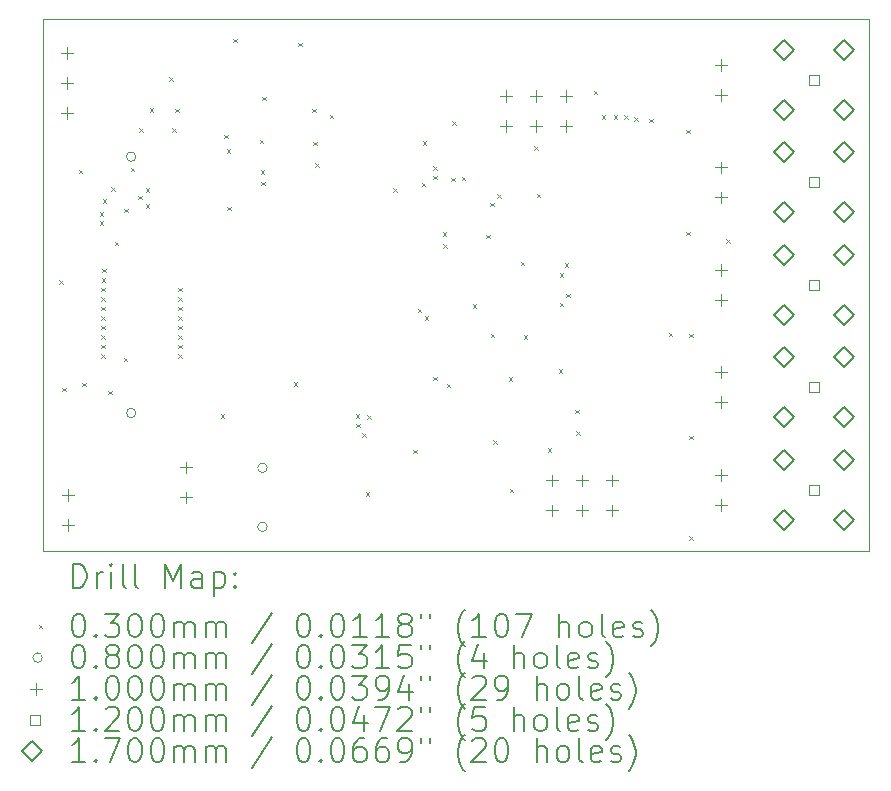
<source format=gbr>
%TF.GenerationSoftware,KiCad,Pcbnew,8.0.4*%
%TF.CreationDate,2025-07-14T14:53:05+02:00*%
%TF.ProjectId,syzygy_gpx2_2_1,73797a79-6779-45f6-9770-78325f325f31,rev?*%
%TF.SameCoordinates,Original*%
%TF.FileFunction,Drillmap*%
%TF.FilePolarity,Positive*%
%FSLAX45Y45*%
G04 Gerber Fmt 4.5, Leading zero omitted, Abs format (unit mm)*
G04 Created by KiCad (PCBNEW 8.0.4) date 2025-07-14 14:53:05*
%MOMM*%
%LPD*%
G01*
G04 APERTURE LIST*
%ADD10C,0.050000*%
%ADD11C,0.200000*%
%ADD12C,0.100000*%
%ADD13C,0.120000*%
%ADD14C,0.170000*%
G04 APERTURE END LIST*
D10*
X11438200Y-7699500D02*
X18438200Y-7699500D01*
X18438200Y-12199500D01*
X11438200Y-12199500D01*
X11438200Y-7699500D01*
D11*
D12*
X11578000Y-9912000D02*
X11608000Y-9942000D01*
X11608000Y-9912000D02*
X11578000Y-9942000D01*
X11605000Y-10819000D02*
X11635000Y-10849000D01*
X11635000Y-10819000D02*
X11605000Y-10849000D01*
X11746000Y-8974000D02*
X11776000Y-9004000D01*
X11776000Y-8974000D02*
X11746000Y-9004000D01*
X11775000Y-10779000D02*
X11805000Y-10809000D01*
X11805000Y-10779000D02*
X11775000Y-10809000D01*
X11921000Y-9336000D02*
X11951000Y-9366000D01*
X11951000Y-9336000D02*
X11921000Y-9366000D01*
X11921000Y-9412000D02*
X11951000Y-9442000D01*
X11951000Y-9412000D02*
X11921000Y-9442000D01*
X11935000Y-9975000D02*
X11965000Y-10005000D01*
X11965000Y-9975000D02*
X11935000Y-10005000D01*
X11935000Y-10055000D02*
X11965000Y-10085000D01*
X11965000Y-10055000D02*
X11935000Y-10085000D01*
X11935000Y-10135000D02*
X11965000Y-10165000D01*
X11965000Y-10135000D02*
X11935000Y-10165000D01*
X11935000Y-10215000D02*
X11965000Y-10245000D01*
X11965000Y-10215000D02*
X11935000Y-10245000D01*
X11935000Y-10295000D02*
X11965000Y-10325000D01*
X11965000Y-10295000D02*
X11935000Y-10325000D01*
X11935000Y-10375000D02*
X11965000Y-10405000D01*
X11965000Y-10375000D02*
X11935000Y-10405000D01*
X11935000Y-10455000D02*
X11965000Y-10485000D01*
X11965000Y-10455000D02*
X11935000Y-10485000D01*
X11935000Y-10535000D02*
X11965000Y-10565000D01*
X11965000Y-10535000D02*
X11935000Y-10565000D01*
X11937000Y-9894936D02*
X11967000Y-9924936D01*
X11967000Y-9894936D02*
X11937000Y-9924936D01*
X11942000Y-9814500D02*
X11972000Y-9844500D01*
X11972000Y-9814500D02*
X11942000Y-9844500D01*
X11949000Y-9227000D02*
X11979000Y-9257000D01*
X11979000Y-9227000D02*
X11949000Y-9257000D01*
X11994700Y-10846800D02*
X12024700Y-10876800D01*
X12024700Y-10846800D02*
X11994700Y-10876800D01*
X12019000Y-9123000D02*
X12049000Y-9153000D01*
X12049000Y-9123000D02*
X12019000Y-9153000D01*
X12049000Y-9585000D02*
X12079000Y-9615000D01*
X12079000Y-9585000D02*
X12049000Y-9615000D01*
X12124000Y-10568000D02*
X12154000Y-10598000D01*
X12154000Y-10568000D02*
X12124000Y-10598000D01*
X12129700Y-9305234D02*
X12159700Y-9335234D01*
X12159700Y-9305234D02*
X12129700Y-9335234D01*
X12183192Y-8959545D02*
X12213192Y-8989545D01*
X12213192Y-8959545D02*
X12183192Y-8989545D01*
X12249700Y-9194391D02*
X12279700Y-9224391D01*
X12279700Y-9194391D02*
X12249700Y-9224391D01*
X12256000Y-8624000D02*
X12286000Y-8654000D01*
X12286000Y-8624000D02*
X12256000Y-8654000D01*
X12309700Y-9268000D02*
X12339700Y-9298000D01*
X12339700Y-9268000D02*
X12309700Y-9298000D01*
X12312878Y-9133957D02*
X12342878Y-9163957D01*
X12342878Y-9133957D02*
X12312878Y-9163957D01*
X12347000Y-8456000D02*
X12377000Y-8486000D01*
X12377000Y-8456000D02*
X12347000Y-8486000D01*
X12510000Y-8192000D02*
X12540000Y-8222000D01*
X12540000Y-8192000D02*
X12510000Y-8222000D01*
X12537000Y-8625625D02*
X12567000Y-8655625D01*
X12567000Y-8625625D02*
X12537000Y-8655625D01*
X12561500Y-8459577D02*
X12591500Y-8489577D01*
X12591500Y-8459577D02*
X12561500Y-8489577D01*
X12585000Y-9975000D02*
X12615000Y-10005000D01*
X12615000Y-9975000D02*
X12585000Y-10005000D01*
X12585000Y-10055000D02*
X12615000Y-10085000D01*
X12615000Y-10055000D02*
X12585000Y-10085000D01*
X12585000Y-10135000D02*
X12615000Y-10165000D01*
X12615000Y-10135000D02*
X12585000Y-10165000D01*
X12585000Y-10215000D02*
X12615000Y-10245000D01*
X12615000Y-10215000D02*
X12585000Y-10245000D01*
X12585000Y-10295000D02*
X12615000Y-10325000D01*
X12615000Y-10295000D02*
X12585000Y-10325000D01*
X12585000Y-10375000D02*
X12615000Y-10405000D01*
X12615000Y-10375000D02*
X12585000Y-10405000D01*
X12585000Y-10455000D02*
X12615000Y-10485000D01*
X12615000Y-10455000D02*
X12585000Y-10485000D01*
X12585000Y-10535000D02*
X12615000Y-10565000D01*
X12615000Y-10535000D02*
X12585000Y-10565000D01*
X12945000Y-11045000D02*
X12975000Y-11075000D01*
X12975000Y-11045000D02*
X12945000Y-11075000D01*
X12974000Y-8678000D02*
X13004000Y-8708000D01*
X13004000Y-8678000D02*
X12974000Y-8708000D01*
X12996000Y-8802000D02*
X13026000Y-8832000D01*
X13026000Y-8802000D02*
X12996000Y-8832000D01*
X13001000Y-9288000D02*
X13031000Y-9318000D01*
X13031000Y-9288000D02*
X13001000Y-9318000D01*
X13051550Y-7865000D02*
X13081550Y-7895000D01*
X13081550Y-7865000D02*
X13051550Y-7895000D01*
X13278000Y-8722000D02*
X13308000Y-8752000D01*
X13308000Y-8722000D02*
X13278000Y-8752000D01*
X13285000Y-8978000D02*
X13315000Y-9008000D01*
X13315000Y-8978000D02*
X13285000Y-9008000D01*
X13287000Y-9075000D02*
X13317000Y-9105000D01*
X13317000Y-9075000D02*
X13287000Y-9105000D01*
X13296000Y-8358000D02*
X13326000Y-8388000D01*
X13326000Y-8358000D02*
X13296000Y-8388000D01*
X13563200Y-10774500D02*
X13593200Y-10804500D01*
X13593200Y-10774500D02*
X13563200Y-10804500D01*
X13601000Y-7899000D02*
X13631000Y-7929000D01*
X13631000Y-7899000D02*
X13601000Y-7929000D01*
X13723000Y-8457000D02*
X13753000Y-8487000D01*
X13753000Y-8457000D02*
X13723000Y-8487000D01*
X13728000Y-8737000D02*
X13758000Y-8767000D01*
X13758000Y-8737000D02*
X13728000Y-8767000D01*
X13747000Y-8921000D02*
X13777000Y-8951000D01*
X13777000Y-8921000D02*
X13747000Y-8951000D01*
X13870000Y-8510000D02*
X13900000Y-8540000D01*
X13900000Y-8510000D02*
X13870000Y-8540000D01*
X14090286Y-11044639D02*
X14120286Y-11074639D01*
X14120286Y-11044639D02*
X14090286Y-11074639D01*
X14095000Y-11124500D02*
X14125000Y-11154500D01*
X14125000Y-11124500D02*
X14095000Y-11154500D01*
X14145000Y-11204500D02*
X14175000Y-11234500D01*
X14175000Y-11204500D02*
X14145000Y-11234500D01*
X14175000Y-11705000D02*
X14205000Y-11735000D01*
X14205000Y-11705000D02*
X14175000Y-11735000D01*
X14185000Y-11054500D02*
X14215000Y-11084500D01*
X14215000Y-11054500D02*
X14185000Y-11084500D01*
X14406000Y-9131946D02*
X14436000Y-9161946D01*
X14436000Y-9131946D02*
X14406000Y-9161946D01*
X14575000Y-11345000D02*
X14605000Y-11375000D01*
X14605000Y-11345000D02*
X14575000Y-11375000D01*
X14614258Y-10152266D02*
X14644258Y-10182266D01*
X14644258Y-10152266D02*
X14614258Y-10182266D01*
X14647000Y-9085000D02*
X14677000Y-9115000D01*
X14677000Y-9085000D02*
X14647000Y-9115000D01*
X14655000Y-8735000D02*
X14685000Y-8765000D01*
X14685000Y-8735000D02*
X14655000Y-8765000D01*
X14674258Y-10214182D02*
X14704258Y-10244182D01*
X14704258Y-10214182D02*
X14674258Y-10244182D01*
X14745000Y-8945000D02*
X14775000Y-8975000D01*
X14775000Y-8945000D02*
X14745000Y-8975000D01*
X14745000Y-9025000D02*
X14775000Y-9055000D01*
X14775000Y-9025000D02*
X14745000Y-9055000D01*
X14746200Y-10729500D02*
X14776200Y-10759500D01*
X14776200Y-10729500D02*
X14746200Y-10759500D01*
X14825000Y-9505000D02*
X14855000Y-9535000D01*
X14855000Y-9505000D02*
X14825000Y-9535000D01*
X14829200Y-9607000D02*
X14859200Y-9637000D01*
X14859200Y-9607000D02*
X14829200Y-9637000D01*
X14861200Y-10785500D02*
X14891200Y-10815500D01*
X14891200Y-10785500D02*
X14861200Y-10815500D01*
X14899200Y-9043500D02*
X14929200Y-9073500D01*
X14929200Y-9043500D02*
X14899200Y-9073500D01*
X14905000Y-8565000D02*
X14935000Y-8595000D01*
X14935000Y-8565000D02*
X14905000Y-8595000D01*
X14985000Y-9035000D02*
X15015000Y-9065000D01*
X15015000Y-9035000D02*
X14985000Y-9065000D01*
X15081278Y-10115578D02*
X15111278Y-10145578D01*
X15111278Y-10115578D02*
X15081278Y-10145578D01*
X15192000Y-9526000D02*
X15222000Y-9556000D01*
X15222000Y-9526000D02*
X15192000Y-9556000D01*
X15226109Y-9256109D02*
X15256109Y-9286109D01*
X15256109Y-9256109D02*
X15226109Y-9286109D01*
X15233200Y-10364200D02*
X15263200Y-10394200D01*
X15263200Y-10364200D02*
X15233200Y-10394200D01*
X15255000Y-11265000D02*
X15285000Y-11295000D01*
X15285000Y-11265000D02*
X15255000Y-11295000D01*
X15286510Y-9182349D02*
X15316510Y-9212349D01*
X15316510Y-9182349D02*
X15286510Y-9212349D01*
X15385600Y-10732500D02*
X15415600Y-10762500D01*
X15415600Y-10732500D02*
X15385600Y-10762500D01*
X15395000Y-11675000D02*
X15425000Y-11705000D01*
X15425000Y-11675000D02*
X15395000Y-11705000D01*
X15487200Y-9754600D02*
X15517200Y-9784600D01*
X15517200Y-9754600D02*
X15487200Y-9784600D01*
X15512600Y-10376900D02*
X15542600Y-10406900D01*
X15542600Y-10376900D02*
X15512600Y-10406900D01*
X15601200Y-8775500D02*
X15631200Y-8805500D01*
X15631200Y-8775500D02*
X15601200Y-8805500D01*
X15621700Y-9177000D02*
X15651700Y-9207000D01*
X15651700Y-9177000D02*
X15621700Y-9207000D01*
X15715800Y-11334300D02*
X15745800Y-11364300D01*
X15745800Y-11334300D02*
X15715800Y-11364300D01*
X15809200Y-10664500D02*
X15839200Y-10694500D01*
X15839200Y-10664500D02*
X15809200Y-10694500D01*
X15816000Y-10101000D02*
X15846000Y-10131000D01*
X15846000Y-10101000D02*
X15816000Y-10131000D01*
X15818200Y-9852000D02*
X15848200Y-9882000D01*
X15848200Y-9852000D02*
X15818200Y-9882000D01*
X15860700Y-9767000D02*
X15890700Y-9797000D01*
X15890700Y-9767000D02*
X15860700Y-9797000D01*
X15873200Y-10024500D02*
X15903200Y-10054500D01*
X15903200Y-10024500D02*
X15873200Y-10054500D01*
X15949700Y-11007800D02*
X15979700Y-11037800D01*
X15979700Y-11007800D02*
X15949700Y-11037800D01*
X15958200Y-11189500D02*
X15988200Y-11219500D01*
X15988200Y-11189500D02*
X15958200Y-11219500D01*
X16105000Y-8305000D02*
X16135000Y-8335000D01*
X16135000Y-8305000D02*
X16105000Y-8335000D01*
X16173200Y-8514500D02*
X16203200Y-8544500D01*
X16203200Y-8514500D02*
X16173200Y-8544500D01*
X16273200Y-8514500D02*
X16303200Y-8544500D01*
X16303200Y-8514500D02*
X16273200Y-8544500D01*
X16363200Y-8514500D02*
X16393200Y-8544500D01*
X16393200Y-8514500D02*
X16363200Y-8544500D01*
X16449000Y-8530000D02*
X16479000Y-8560000D01*
X16479000Y-8530000D02*
X16449000Y-8560000D01*
X16575000Y-8545000D02*
X16605000Y-8575000D01*
X16605000Y-8545000D02*
X16575000Y-8575000D01*
X16738000Y-10356000D02*
X16768000Y-10386000D01*
X16768000Y-10356000D02*
X16738000Y-10386000D01*
X16887400Y-8637000D02*
X16917400Y-8667000D01*
X16917400Y-8637000D02*
X16887400Y-8667000D01*
X16887400Y-9500600D02*
X16917400Y-9530600D01*
X16917400Y-9500600D02*
X16887400Y-9530600D01*
X16912800Y-10364200D02*
X16942800Y-10394200D01*
X16942800Y-10364200D02*
X16912800Y-10394200D01*
X16912800Y-11227800D02*
X16942800Y-11257800D01*
X16942800Y-11227800D02*
X16912800Y-11257800D01*
X16912800Y-12078700D02*
X16942800Y-12108700D01*
X16942800Y-12078700D02*
X16912800Y-12108700D01*
X17224000Y-9562000D02*
X17254000Y-9592000D01*
X17254000Y-9562000D02*
X17224000Y-9592000D01*
X12228200Y-8865000D02*
G75*
G02*
X12148200Y-8865000I-40000J0D01*
G01*
X12148200Y-8865000D02*
G75*
G02*
X12228200Y-8865000I40000J0D01*
G01*
X12228200Y-11034000D02*
G75*
G02*
X12148200Y-11034000I-40000J0D01*
G01*
X12148200Y-11034000D02*
G75*
G02*
X12228200Y-11034000I40000J0D01*
G01*
X13340000Y-11499735D02*
G75*
G02*
X13260000Y-11499735I-40000J0D01*
G01*
X13260000Y-11499735D02*
G75*
G02*
X13340000Y-11499735I40000J0D01*
G01*
X13340000Y-11999735D02*
G75*
G02*
X13260000Y-11999735I-40000J0D01*
G01*
X13260000Y-11999735D02*
G75*
G02*
X13340000Y-11999735I40000J0D01*
G01*
X11648000Y-7936500D02*
X11648000Y-8036500D01*
X11598000Y-7986500D02*
X11698000Y-7986500D01*
X11648000Y-8190500D02*
X11648000Y-8290500D01*
X11598000Y-8240500D02*
X11698000Y-8240500D01*
X11648000Y-8444500D02*
X11648000Y-8544500D01*
X11598000Y-8494500D02*
X11698000Y-8494500D01*
X11650000Y-11676000D02*
X11650000Y-11776000D01*
X11600000Y-11726000D02*
X11700000Y-11726000D01*
X11650000Y-11930000D02*
X11650000Y-12030000D01*
X11600000Y-11980000D02*
X11700000Y-11980000D01*
X12652000Y-11446000D02*
X12652000Y-11546000D01*
X12602000Y-11496000D02*
X12702000Y-11496000D01*
X12652000Y-11700000D02*
X12652000Y-11800000D01*
X12602000Y-11750000D02*
X12702000Y-11750000D01*
X15364200Y-8299500D02*
X15364200Y-8399500D01*
X15314200Y-8349500D02*
X15414200Y-8349500D01*
X15364200Y-8553500D02*
X15364200Y-8653500D01*
X15314200Y-8603500D02*
X15414200Y-8603500D01*
X15618200Y-8299500D02*
X15618200Y-8399500D01*
X15568200Y-8349500D02*
X15668200Y-8349500D01*
X15618200Y-8553500D02*
X15618200Y-8653500D01*
X15568200Y-8603500D02*
X15668200Y-8603500D01*
X15748000Y-11556000D02*
X15748000Y-11656000D01*
X15698000Y-11606000D02*
X15798000Y-11606000D01*
X15748000Y-11810000D02*
X15748000Y-11910000D01*
X15698000Y-11860000D02*
X15798000Y-11860000D01*
X15872200Y-8299500D02*
X15872200Y-8399500D01*
X15822200Y-8349500D02*
X15922200Y-8349500D01*
X15872200Y-8553500D02*
X15872200Y-8653500D01*
X15822200Y-8603500D02*
X15922200Y-8603500D01*
X16002000Y-11556000D02*
X16002000Y-11656000D01*
X15952000Y-11606000D02*
X16052000Y-11606000D01*
X16002000Y-11810000D02*
X16002000Y-11910000D01*
X15952000Y-11860000D02*
X16052000Y-11860000D01*
X16256000Y-11556000D02*
X16256000Y-11656000D01*
X16206000Y-11606000D02*
X16306000Y-11606000D01*
X16256000Y-11810000D02*
X16256000Y-11910000D01*
X16206000Y-11860000D02*
X16306000Y-11860000D01*
X17181800Y-8038180D02*
X17181800Y-8138180D01*
X17131800Y-8088180D02*
X17231800Y-8088180D01*
X17181800Y-8292180D02*
X17181800Y-8392180D01*
X17131800Y-8342180D02*
X17231800Y-8342180D01*
X17181800Y-8905590D02*
X17181800Y-9005590D01*
X17131800Y-8955590D02*
X17231800Y-8955590D01*
X17181800Y-9159590D02*
X17181800Y-9259590D01*
X17131800Y-9209590D02*
X17231800Y-9209590D01*
X17181800Y-9773000D02*
X17181800Y-9873000D01*
X17131800Y-9823000D02*
X17231800Y-9823000D01*
X17181800Y-10027000D02*
X17181800Y-10127000D01*
X17131800Y-10077000D02*
X17231800Y-10077000D01*
X17181800Y-10640410D02*
X17181800Y-10740410D01*
X17131800Y-10690410D02*
X17231800Y-10690410D01*
X17181800Y-10894410D02*
X17181800Y-10994410D01*
X17131800Y-10944410D02*
X17231800Y-10944410D01*
X17181800Y-11507820D02*
X17181800Y-11607820D01*
X17131800Y-11557820D02*
X17231800Y-11557820D01*
X17181800Y-11761820D02*
X17181800Y-11861820D01*
X17131800Y-11811820D02*
X17231800Y-11811820D01*
D13*
X18009627Y-9124517D02*
X18009627Y-9039663D01*
X17924773Y-9039663D01*
X17924773Y-9124517D01*
X18009627Y-9124517D01*
X18009627Y-9991927D02*
X18009627Y-9907073D01*
X17924773Y-9907073D01*
X17924773Y-9991927D01*
X18009627Y-9991927D01*
X18009627Y-10859337D02*
X18009627Y-10774483D01*
X17924773Y-10774483D01*
X17924773Y-10859337D01*
X18009627Y-10859337D01*
X18009627Y-11726747D02*
X18009627Y-11641893D01*
X17924773Y-11641893D01*
X17924773Y-11726747D01*
X18009627Y-11726747D01*
X18012927Y-8259327D02*
X18012927Y-8174473D01*
X17928073Y-8174473D01*
X17928073Y-8259327D01*
X18012927Y-8259327D01*
D14*
X17713200Y-8913090D02*
X17798200Y-8828090D01*
X17713200Y-8743090D01*
X17628200Y-8828090D01*
X17713200Y-8913090D01*
X17713200Y-9421090D02*
X17798200Y-9336090D01*
X17713200Y-9251090D01*
X17628200Y-9336090D01*
X17713200Y-9421090D01*
X17713200Y-9780500D02*
X17798200Y-9695500D01*
X17713200Y-9610500D01*
X17628200Y-9695500D01*
X17713200Y-9780500D01*
X17713200Y-10288500D02*
X17798200Y-10203500D01*
X17713200Y-10118500D01*
X17628200Y-10203500D01*
X17713200Y-10288500D01*
X17713200Y-10647910D02*
X17798200Y-10562910D01*
X17713200Y-10477910D01*
X17628200Y-10562910D01*
X17713200Y-10647910D01*
X17713200Y-11155910D02*
X17798200Y-11070910D01*
X17713200Y-10985910D01*
X17628200Y-11070910D01*
X17713200Y-11155910D01*
X17713200Y-11515320D02*
X17798200Y-11430320D01*
X17713200Y-11345320D01*
X17628200Y-11430320D01*
X17713200Y-11515320D01*
X17713200Y-12023320D02*
X17798200Y-11938320D01*
X17713200Y-11853320D01*
X17628200Y-11938320D01*
X17713200Y-12023320D01*
X17716500Y-8047900D02*
X17801500Y-7962900D01*
X17716500Y-7877900D01*
X17631500Y-7962900D01*
X17716500Y-8047900D01*
X17716500Y-8555900D02*
X17801500Y-8470900D01*
X17716500Y-8385900D01*
X17631500Y-8470900D01*
X17716500Y-8555900D01*
X18221200Y-8913090D02*
X18306200Y-8828090D01*
X18221200Y-8743090D01*
X18136200Y-8828090D01*
X18221200Y-8913090D01*
X18221200Y-9421090D02*
X18306200Y-9336090D01*
X18221200Y-9251090D01*
X18136200Y-9336090D01*
X18221200Y-9421090D01*
X18221200Y-9780500D02*
X18306200Y-9695500D01*
X18221200Y-9610500D01*
X18136200Y-9695500D01*
X18221200Y-9780500D01*
X18221200Y-10288500D02*
X18306200Y-10203500D01*
X18221200Y-10118500D01*
X18136200Y-10203500D01*
X18221200Y-10288500D01*
X18221200Y-10647910D02*
X18306200Y-10562910D01*
X18221200Y-10477910D01*
X18136200Y-10562910D01*
X18221200Y-10647910D01*
X18221200Y-11155910D02*
X18306200Y-11070910D01*
X18221200Y-10985910D01*
X18136200Y-11070910D01*
X18221200Y-11155910D01*
X18221200Y-11515320D02*
X18306200Y-11430320D01*
X18221200Y-11345320D01*
X18136200Y-11430320D01*
X18221200Y-11515320D01*
X18221200Y-12023320D02*
X18306200Y-11938320D01*
X18221200Y-11853320D01*
X18136200Y-11938320D01*
X18221200Y-12023320D01*
X18224500Y-8047900D02*
X18309500Y-7962900D01*
X18224500Y-7877900D01*
X18139500Y-7962900D01*
X18224500Y-8047900D01*
X18224500Y-8555900D02*
X18309500Y-8470900D01*
X18224500Y-8385900D01*
X18139500Y-8470900D01*
X18224500Y-8555900D01*
D11*
X11696477Y-12513484D02*
X11696477Y-12313484D01*
X11696477Y-12313484D02*
X11744096Y-12313484D01*
X11744096Y-12313484D02*
X11772667Y-12323008D01*
X11772667Y-12323008D02*
X11791715Y-12342055D01*
X11791715Y-12342055D02*
X11801239Y-12361103D01*
X11801239Y-12361103D02*
X11810762Y-12399198D01*
X11810762Y-12399198D02*
X11810762Y-12427769D01*
X11810762Y-12427769D02*
X11801239Y-12465865D01*
X11801239Y-12465865D02*
X11791715Y-12484912D01*
X11791715Y-12484912D02*
X11772667Y-12503960D01*
X11772667Y-12503960D02*
X11744096Y-12513484D01*
X11744096Y-12513484D02*
X11696477Y-12513484D01*
X11896477Y-12513484D02*
X11896477Y-12380150D01*
X11896477Y-12418246D02*
X11906001Y-12399198D01*
X11906001Y-12399198D02*
X11915524Y-12389674D01*
X11915524Y-12389674D02*
X11934572Y-12380150D01*
X11934572Y-12380150D02*
X11953620Y-12380150D01*
X12020286Y-12513484D02*
X12020286Y-12380150D01*
X12020286Y-12313484D02*
X12010762Y-12323008D01*
X12010762Y-12323008D02*
X12020286Y-12332531D01*
X12020286Y-12332531D02*
X12029810Y-12323008D01*
X12029810Y-12323008D02*
X12020286Y-12313484D01*
X12020286Y-12313484D02*
X12020286Y-12332531D01*
X12144096Y-12513484D02*
X12125048Y-12503960D01*
X12125048Y-12503960D02*
X12115524Y-12484912D01*
X12115524Y-12484912D02*
X12115524Y-12313484D01*
X12248858Y-12513484D02*
X12229810Y-12503960D01*
X12229810Y-12503960D02*
X12220286Y-12484912D01*
X12220286Y-12484912D02*
X12220286Y-12313484D01*
X12477429Y-12513484D02*
X12477429Y-12313484D01*
X12477429Y-12313484D02*
X12544096Y-12456341D01*
X12544096Y-12456341D02*
X12610762Y-12313484D01*
X12610762Y-12313484D02*
X12610762Y-12513484D01*
X12791715Y-12513484D02*
X12791715Y-12408722D01*
X12791715Y-12408722D02*
X12782191Y-12389674D01*
X12782191Y-12389674D02*
X12763143Y-12380150D01*
X12763143Y-12380150D02*
X12725048Y-12380150D01*
X12725048Y-12380150D02*
X12706001Y-12389674D01*
X12791715Y-12503960D02*
X12772667Y-12513484D01*
X12772667Y-12513484D02*
X12725048Y-12513484D01*
X12725048Y-12513484D02*
X12706001Y-12503960D01*
X12706001Y-12503960D02*
X12696477Y-12484912D01*
X12696477Y-12484912D02*
X12696477Y-12465865D01*
X12696477Y-12465865D02*
X12706001Y-12446817D01*
X12706001Y-12446817D02*
X12725048Y-12437293D01*
X12725048Y-12437293D02*
X12772667Y-12437293D01*
X12772667Y-12437293D02*
X12791715Y-12427769D01*
X12886953Y-12380150D02*
X12886953Y-12580150D01*
X12886953Y-12389674D02*
X12906001Y-12380150D01*
X12906001Y-12380150D02*
X12944096Y-12380150D01*
X12944096Y-12380150D02*
X12963143Y-12389674D01*
X12963143Y-12389674D02*
X12972667Y-12399198D01*
X12972667Y-12399198D02*
X12982191Y-12418246D01*
X12982191Y-12418246D02*
X12982191Y-12475388D01*
X12982191Y-12475388D02*
X12972667Y-12494436D01*
X12972667Y-12494436D02*
X12963143Y-12503960D01*
X12963143Y-12503960D02*
X12944096Y-12513484D01*
X12944096Y-12513484D02*
X12906001Y-12513484D01*
X12906001Y-12513484D02*
X12886953Y-12503960D01*
X13067905Y-12494436D02*
X13077429Y-12503960D01*
X13077429Y-12503960D02*
X13067905Y-12513484D01*
X13067905Y-12513484D02*
X13058382Y-12503960D01*
X13058382Y-12503960D02*
X13067905Y-12494436D01*
X13067905Y-12494436D02*
X13067905Y-12513484D01*
X13067905Y-12389674D02*
X13077429Y-12399198D01*
X13077429Y-12399198D02*
X13067905Y-12408722D01*
X13067905Y-12408722D02*
X13058382Y-12399198D01*
X13058382Y-12399198D02*
X13067905Y-12389674D01*
X13067905Y-12389674D02*
X13067905Y-12408722D01*
D12*
X11405700Y-12827000D02*
X11435700Y-12857000D01*
X11435700Y-12827000D02*
X11405700Y-12857000D01*
D11*
X11734572Y-12733484D02*
X11753620Y-12733484D01*
X11753620Y-12733484D02*
X11772667Y-12743008D01*
X11772667Y-12743008D02*
X11782191Y-12752531D01*
X11782191Y-12752531D02*
X11791715Y-12771579D01*
X11791715Y-12771579D02*
X11801239Y-12809674D01*
X11801239Y-12809674D02*
X11801239Y-12857293D01*
X11801239Y-12857293D02*
X11791715Y-12895388D01*
X11791715Y-12895388D02*
X11782191Y-12914436D01*
X11782191Y-12914436D02*
X11772667Y-12923960D01*
X11772667Y-12923960D02*
X11753620Y-12933484D01*
X11753620Y-12933484D02*
X11734572Y-12933484D01*
X11734572Y-12933484D02*
X11715524Y-12923960D01*
X11715524Y-12923960D02*
X11706001Y-12914436D01*
X11706001Y-12914436D02*
X11696477Y-12895388D01*
X11696477Y-12895388D02*
X11686953Y-12857293D01*
X11686953Y-12857293D02*
X11686953Y-12809674D01*
X11686953Y-12809674D02*
X11696477Y-12771579D01*
X11696477Y-12771579D02*
X11706001Y-12752531D01*
X11706001Y-12752531D02*
X11715524Y-12743008D01*
X11715524Y-12743008D02*
X11734572Y-12733484D01*
X11886953Y-12914436D02*
X11896477Y-12923960D01*
X11896477Y-12923960D02*
X11886953Y-12933484D01*
X11886953Y-12933484D02*
X11877429Y-12923960D01*
X11877429Y-12923960D02*
X11886953Y-12914436D01*
X11886953Y-12914436D02*
X11886953Y-12933484D01*
X11963143Y-12733484D02*
X12086953Y-12733484D01*
X12086953Y-12733484D02*
X12020286Y-12809674D01*
X12020286Y-12809674D02*
X12048858Y-12809674D01*
X12048858Y-12809674D02*
X12067905Y-12819198D01*
X12067905Y-12819198D02*
X12077429Y-12828722D01*
X12077429Y-12828722D02*
X12086953Y-12847769D01*
X12086953Y-12847769D02*
X12086953Y-12895388D01*
X12086953Y-12895388D02*
X12077429Y-12914436D01*
X12077429Y-12914436D02*
X12067905Y-12923960D01*
X12067905Y-12923960D02*
X12048858Y-12933484D01*
X12048858Y-12933484D02*
X11991715Y-12933484D01*
X11991715Y-12933484D02*
X11972667Y-12923960D01*
X11972667Y-12923960D02*
X11963143Y-12914436D01*
X12210762Y-12733484D02*
X12229810Y-12733484D01*
X12229810Y-12733484D02*
X12248858Y-12743008D01*
X12248858Y-12743008D02*
X12258382Y-12752531D01*
X12258382Y-12752531D02*
X12267905Y-12771579D01*
X12267905Y-12771579D02*
X12277429Y-12809674D01*
X12277429Y-12809674D02*
X12277429Y-12857293D01*
X12277429Y-12857293D02*
X12267905Y-12895388D01*
X12267905Y-12895388D02*
X12258382Y-12914436D01*
X12258382Y-12914436D02*
X12248858Y-12923960D01*
X12248858Y-12923960D02*
X12229810Y-12933484D01*
X12229810Y-12933484D02*
X12210762Y-12933484D01*
X12210762Y-12933484D02*
X12191715Y-12923960D01*
X12191715Y-12923960D02*
X12182191Y-12914436D01*
X12182191Y-12914436D02*
X12172667Y-12895388D01*
X12172667Y-12895388D02*
X12163143Y-12857293D01*
X12163143Y-12857293D02*
X12163143Y-12809674D01*
X12163143Y-12809674D02*
X12172667Y-12771579D01*
X12172667Y-12771579D02*
X12182191Y-12752531D01*
X12182191Y-12752531D02*
X12191715Y-12743008D01*
X12191715Y-12743008D02*
X12210762Y-12733484D01*
X12401239Y-12733484D02*
X12420286Y-12733484D01*
X12420286Y-12733484D02*
X12439334Y-12743008D01*
X12439334Y-12743008D02*
X12448858Y-12752531D01*
X12448858Y-12752531D02*
X12458382Y-12771579D01*
X12458382Y-12771579D02*
X12467905Y-12809674D01*
X12467905Y-12809674D02*
X12467905Y-12857293D01*
X12467905Y-12857293D02*
X12458382Y-12895388D01*
X12458382Y-12895388D02*
X12448858Y-12914436D01*
X12448858Y-12914436D02*
X12439334Y-12923960D01*
X12439334Y-12923960D02*
X12420286Y-12933484D01*
X12420286Y-12933484D02*
X12401239Y-12933484D01*
X12401239Y-12933484D02*
X12382191Y-12923960D01*
X12382191Y-12923960D02*
X12372667Y-12914436D01*
X12372667Y-12914436D02*
X12363143Y-12895388D01*
X12363143Y-12895388D02*
X12353620Y-12857293D01*
X12353620Y-12857293D02*
X12353620Y-12809674D01*
X12353620Y-12809674D02*
X12363143Y-12771579D01*
X12363143Y-12771579D02*
X12372667Y-12752531D01*
X12372667Y-12752531D02*
X12382191Y-12743008D01*
X12382191Y-12743008D02*
X12401239Y-12733484D01*
X12553620Y-12933484D02*
X12553620Y-12800150D01*
X12553620Y-12819198D02*
X12563143Y-12809674D01*
X12563143Y-12809674D02*
X12582191Y-12800150D01*
X12582191Y-12800150D02*
X12610763Y-12800150D01*
X12610763Y-12800150D02*
X12629810Y-12809674D01*
X12629810Y-12809674D02*
X12639334Y-12828722D01*
X12639334Y-12828722D02*
X12639334Y-12933484D01*
X12639334Y-12828722D02*
X12648858Y-12809674D01*
X12648858Y-12809674D02*
X12667905Y-12800150D01*
X12667905Y-12800150D02*
X12696477Y-12800150D01*
X12696477Y-12800150D02*
X12715524Y-12809674D01*
X12715524Y-12809674D02*
X12725048Y-12828722D01*
X12725048Y-12828722D02*
X12725048Y-12933484D01*
X12820286Y-12933484D02*
X12820286Y-12800150D01*
X12820286Y-12819198D02*
X12829810Y-12809674D01*
X12829810Y-12809674D02*
X12848858Y-12800150D01*
X12848858Y-12800150D02*
X12877429Y-12800150D01*
X12877429Y-12800150D02*
X12896477Y-12809674D01*
X12896477Y-12809674D02*
X12906001Y-12828722D01*
X12906001Y-12828722D02*
X12906001Y-12933484D01*
X12906001Y-12828722D02*
X12915524Y-12809674D01*
X12915524Y-12809674D02*
X12934572Y-12800150D01*
X12934572Y-12800150D02*
X12963143Y-12800150D01*
X12963143Y-12800150D02*
X12982191Y-12809674D01*
X12982191Y-12809674D02*
X12991715Y-12828722D01*
X12991715Y-12828722D02*
X12991715Y-12933484D01*
X13382191Y-12723960D02*
X13210763Y-12981103D01*
X13639334Y-12733484D02*
X13658382Y-12733484D01*
X13658382Y-12733484D02*
X13677429Y-12743008D01*
X13677429Y-12743008D02*
X13686953Y-12752531D01*
X13686953Y-12752531D02*
X13696477Y-12771579D01*
X13696477Y-12771579D02*
X13706001Y-12809674D01*
X13706001Y-12809674D02*
X13706001Y-12857293D01*
X13706001Y-12857293D02*
X13696477Y-12895388D01*
X13696477Y-12895388D02*
X13686953Y-12914436D01*
X13686953Y-12914436D02*
X13677429Y-12923960D01*
X13677429Y-12923960D02*
X13658382Y-12933484D01*
X13658382Y-12933484D02*
X13639334Y-12933484D01*
X13639334Y-12933484D02*
X13620286Y-12923960D01*
X13620286Y-12923960D02*
X13610763Y-12914436D01*
X13610763Y-12914436D02*
X13601239Y-12895388D01*
X13601239Y-12895388D02*
X13591715Y-12857293D01*
X13591715Y-12857293D02*
X13591715Y-12809674D01*
X13591715Y-12809674D02*
X13601239Y-12771579D01*
X13601239Y-12771579D02*
X13610763Y-12752531D01*
X13610763Y-12752531D02*
X13620286Y-12743008D01*
X13620286Y-12743008D02*
X13639334Y-12733484D01*
X13791715Y-12914436D02*
X13801239Y-12923960D01*
X13801239Y-12923960D02*
X13791715Y-12933484D01*
X13791715Y-12933484D02*
X13782191Y-12923960D01*
X13782191Y-12923960D02*
X13791715Y-12914436D01*
X13791715Y-12914436D02*
X13791715Y-12933484D01*
X13925048Y-12733484D02*
X13944096Y-12733484D01*
X13944096Y-12733484D02*
X13963144Y-12743008D01*
X13963144Y-12743008D02*
X13972667Y-12752531D01*
X13972667Y-12752531D02*
X13982191Y-12771579D01*
X13982191Y-12771579D02*
X13991715Y-12809674D01*
X13991715Y-12809674D02*
X13991715Y-12857293D01*
X13991715Y-12857293D02*
X13982191Y-12895388D01*
X13982191Y-12895388D02*
X13972667Y-12914436D01*
X13972667Y-12914436D02*
X13963144Y-12923960D01*
X13963144Y-12923960D02*
X13944096Y-12933484D01*
X13944096Y-12933484D02*
X13925048Y-12933484D01*
X13925048Y-12933484D02*
X13906001Y-12923960D01*
X13906001Y-12923960D02*
X13896477Y-12914436D01*
X13896477Y-12914436D02*
X13886953Y-12895388D01*
X13886953Y-12895388D02*
X13877429Y-12857293D01*
X13877429Y-12857293D02*
X13877429Y-12809674D01*
X13877429Y-12809674D02*
X13886953Y-12771579D01*
X13886953Y-12771579D02*
X13896477Y-12752531D01*
X13896477Y-12752531D02*
X13906001Y-12743008D01*
X13906001Y-12743008D02*
X13925048Y-12733484D01*
X14182191Y-12933484D02*
X14067906Y-12933484D01*
X14125048Y-12933484D02*
X14125048Y-12733484D01*
X14125048Y-12733484D02*
X14106001Y-12762055D01*
X14106001Y-12762055D02*
X14086953Y-12781103D01*
X14086953Y-12781103D02*
X14067906Y-12790627D01*
X14372667Y-12933484D02*
X14258382Y-12933484D01*
X14315525Y-12933484D02*
X14315525Y-12733484D01*
X14315525Y-12733484D02*
X14296477Y-12762055D01*
X14296477Y-12762055D02*
X14277429Y-12781103D01*
X14277429Y-12781103D02*
X14258382Y-12790627D01*
X14486953Y-12819198D02*
X14467906Y-12809674D01*
X14467906Y-12809674D02*
X14458382Y-12800150D01*
X14458382Y-12800150D02*
X14448858Y-12781103D01*
X14448858Y-12781103D02*
X14448858Y-12771579D01*
X14448858Y-12771579D02*
X14458382Y-12752531D01*
X14458382Y-12752531D02*
X14467906Y-12743008D01*
X14467906Y-12743008D02*
X14486953Y-12733484D01*
X14486953Y-12733484D02*
X14525048Y-12733484D01*
X14525048Y-12733484D02*
X14544096Y-12743008D01*
X14544096Y-12743008D02*
X14553620Y-12752531D01*
X14553620Y-12752531D02*
X14563144Y-12771579D01*
X14563144Y-12771579D02*
X14563144Y-12781103D01*
X14563144Y-12781103D02*
X14553620Y-12800150D01*
X14553620Y-12800150D02*
X14544096Y-12809674D01*
X14544096Y-12809674D02*
X14525048Y-12819198D01*
X14525048Y-12819198D02*
X14486953Y-12819198D01*
X14486953Y-12819198D02*
X14467906Y-12828722D01*
X14467906Y-12828722D02*
X14458382Y-12838246D01*
X14458382Y-12838246D02*
X14448858Y-12857293D01*
X14448858Y-12857293D02*
X14448858Y-12895388D01*
X14448858Y-12895388D02*
X14458382Y-12914436D01*
X14458382Y-12914436D02*
X14467906Y-12923960D01*
X14467906Y-12923960D02*
X14486953Y-12933484D01*
X14486953Y-12933484D02*
X14525048Y-12933484D01*
X14525048Y-12933484D02*
X14544096Y-12923960D01*
X14544096Y-12923960D02*
X14553620Y-12914436D01*
X14553620Y-12914436D02*
X14563144Y-12895388D01*
X14563144Y-12895388D02*
X14563144Y-12857293D01*
X14563144Y-12857293D02*
X14553620Y-12838246D01*
X14553620Y-12838246D02*
X14544096Y-12828722D01*
X14544096Y-12828722D02*
X14525048Y-12819198D01*
X14639334Y-12733484D02*
X14639334Y-12771579D01*
X14715525Y-12733484D02*
X14715525Y-12771579D01*
X15010763Y-13009674D02*
X15001239Y-13000150D01*
X15001239Y-13000150D02*
X14982191Y-12971579D01*
X14982191Y-12971579D02*
X14972668Y-12952531D01*
X14972668Y-12952531D02*
X14963144Y-12923960D01*
X14963144Y-12923960D02*
X14953620Y-12876341D01*
X14953620Y-12876341D02*
X14953620Y-12838246D01*
X14953620Y-12838246D02*
X14963144Y-12790627D01*
X14963144Y-12790627D02*
X14972668Y-12762055D01*
X14972668Y-12762055D02*
X14982191Y-12743008D01*
X14982191Y-12743008D02*
X15001239Y-12714436D01*
X15001239Y-12714436D02*
X15010763Y-12704912D01*
X15191715Y-12933484D02*
X15077429Y-12933484D01*
X15134572Y-12933484D02*
X15134572Y-12733484D01*
X15134572Y-12733484D02*
X15115525Y-12762055D01*
X15115525Y-12762055D02*
X15096477Y-12781103D01*
X15096477Y-12781103D02*
X15077429Y-12790627D01*
X15315525Y-12733484D02*
X15334572Y-12733484D01*
X15334572Y-12733484D02*
X15353620Y-12743008D01*
X15353620Y-12743008D02*
X15363144Y-12752531D01*
X15363144Y-12752531D02*
X15372668Y-12771579D01*
X15372668Y-12771579D02*
X15382191Y-12809674D01*
X15382191Y-12809674D02*
X15382191Y-12857293D01*
X15382191Y-12857293D02*
X15372668Y-12895388D01*
X15372668Y-12895388D02*
X15363144Y-12914436D01*
X15363144Y-12914436D02*
X15353620Y-12923960D01*
X15353620Y-12923960D02*
X15334572Y-12933484D01*
X15334572Y-12933484D02*
X15315525Y-12933484D01*
X15315525Y-12933484D02*
X15296477Y-12923960D01*
X15296477Y-12923960D02*
X15286953Y-12914436D01*
X15286953Y-12914436D02*
X15277429Y-12895388D01*
X15277429Y-12895388D02*
X15267906Y-12857293D01*
X15267906Y-12857293D02*
X15267906Y-12809674D01*
X15267906Y-12809674D02*
X15277429Y-12771579D01*
X15277429Y-12771579D02*
X15286953Y-12752531D01*
X15286953Y-12752531D02*
X15296477Y-12743008D01*
X15296477Y-12743008D02*
X15315525Y-12733484D01*
X15448858Y-12733484D02*
X15582191Y-12733484D01*
X15582191Y-12733484D02*
X15496477Y-12933484D01*
X15810763Y-12933484D02*
X15810763Y-12733484D01*
X15896477Y-12933484D02*
X15896477Y-12828722D01*
X15896477Y-12828722D02*
X15886953Y-12809674D01*
X15886953Y-12809674D02*
X15867906Y-12800150D01*
X15867906Y-12800150D02*
X15839334Y-12800150D01*
X15839334Y-12800150D02*
X15820287Y-12809674D01*
X15820287Y-12809674D02*
X15810763Y-12819198D01*
X16020287Y-12933484D02*
X16001239Y-12923960D01*
X16001239Y-12923960D02*
X15991715Y-12914436D01*
X15991715Y-12914436D02*
X15982191Y-12895388D01*
X15982191Y-12895388D02*
X15982191Y-12838246D01*
X15982191Y-12838246D02*
X15991715Y-12819198D01*
X15991715Y-12819198D02*
X16001239Y-12809674D01*
X16001239Y-12809674D02*
X16020287Y-12800150D01*
X16020287Y-12800150D02*
X16048858Y-12800150D01*
X16048858Y-12800150D02*
X16067906Y-12809674D01*
X16067906Y-12809674D02*
X16077430Y-12819198D01*
X16077430Y-12819198D02*
X16086953Y-12838246D01*
X16086953Y-12838246D02*
X16086953Y-12895388D01*
X16086953Y-12895388D02*
X16077430Y-12914436D01*
X16077430Y-12914436D02*
X16067906Y-12923960D01*
X16067906Y-12923960D02*
X16048858Y-12933484D01*
X16048858Y-12933484D02*
X16020287Y-12933484D01*
X16201239Y-12933484D02*
X16182191Y-12923960D01*
X16182191Y-12923960D02*
X16172668Y-12904912D01*
X16172668Y-12904912D02*
X16172668Y-12733484D01*
X16353620Y-12923960D02*
X16334572Y-12933484D01*
X16334572Y-12933484D02*
X16296477Y-12933484D01*
X16296477Y-12933484D02*
X16277430Y-12923960D01*
X16277430Y-12923960D02*
X16267906Y-12904912D01*
X16267906Y-12904912D02*
X16267906Y-12828722D01*
X16267906Y-12828722D02*
X16277430Y-12809674D01*
X16277430Y-12809674D02*
X16296477Y-12800150D01*
X16296477Y-12800150D02*
X16334572Y-12800150D01*
X16334572Y-12800150D02*
X16353620Y-12809674D01*
X16353620Y-12809674D02*
X16363144Y-12828722D01*
X16363144Y-12828722D02*
X16363144Y-12847769D01*
X16363144Y-12847769D02*
X16267906Y-12866817D01*
X16439334Y-12923960D02*
X16458382Y-12933484D01*
X16458382Y-12933484D02*
X16496477Y-12933484D01*
X16496477Y-12933484D02*
X16515525Y-12923960D01*
X16515525Y-12923960D02*
X16525049Y-12904912D01*
X16525049Y-12904912D02*
X16525049Y-12895388D01*
X16525049Y-12895388D02*
X16515525Y-12876341D01*
X16515525Y-12876341D02*
X16496477Y-12866817D01*
X16496477Y-12866817D02*
X16467906Y-12866817D01*
X16467906Y-12866817D02*
X16448858Y-12857293D01*
X16448858Y-12857293D02*
X16439334Y-12838246D01*
X16439334Y-12838246D02*
X16439334Y-12828722D01*
X16439334Y-12828722D02*
X16448858Y-12809674D01*
X16448858Y-12809674D02*
X16467906Y-12800150D01*
X16467906Y-12800150D02*
X16496477Y-12800150D01*
X16496477Y-12800150D02*
X16515525Y-12809674D01*
X16591715Y-13009674D02*
X16601239Y-13000150D01*
X16601239Y-13000150D02*
X16620287Y-12971579D01*
X16620287Y-12971579D02*
X16629811Y-12952531D01*
X16629811Y-12952531D02*
X16639334Y-12923960D01*
X16639334Y-12923960D02*
X16648858Y-12876341D01*
X16648858Y-12876341D02*
X16648858Y-12838246D01*
X16648858Y-12838246D02*
X16639334Y-12790627D01*
X16639334Y-12790627D02*
X16629811Y-12762055D01*
X16629811Y-12762055D02*
X16620287Y-12743008D01*
X16620287Y-12743008D02*
X16601239Y-12714436D01*
X16601239Y-12714436D02*
X16591715Y-12704912D01*
D12*
X11435700Y-13106000D02*
G75*
G02*
X11355700Y-13106000I-40000J0D01*
G01*
X11355700Y-13106000D02*
G75*
G02*
X11435700Y-13106000I40000J0D01*
G01*
D11*
X11734572Y-12997484D02*
X11753620Y-12997484D01*
X11753620Y-12997484D02*
X11772667Y-13007008D01*
X11772667Y-13007008D02*
X11782191Y-13016531D01*
X11782191Y-13016531D02*
X11791715Y-13035579D01*
X11791715Y-13035579D02*
X11801239Y-13073674D01*
X11801239Y-13073674D02*
X11801239Y-13121293D01*
X11801239Y-13121293D02*
X11791715Y-13159388D01*
X11791715Y-13159388D02*
X11782191Y-13178436D01*
X11782191Y-13178436D02*
X11772667Y-13187960D01*
X11772667Y-13187960D02*
X11753620Y-13197484D01*
X11753620Y-13197484D02*
X11734572Y-13197484D01*
X11734572Y-13197484D02*
X11715524Y-13187960D01*
X11715524Y-13187960D02*
X11706001Y-13178436D01*
X11706001Y-13178436D02*
X11696477Y-13159388D01*
X11696477Y-13159388D02*
X11686953Y-13121293D01*
X11686953Y-13121293D02*
X11686953Y-13073674D01*
X11686953Y-13073674D02*
X11696477Y-13035579D01*
X11696477Y-13035579D02*
X11706001Y-13016531D01*
X11706001Y-13016531D02*
X11715524Y-13007008D01*
X11715524Y-13007008D02*
X11734572Y-12997484D01*
X11886953Y-13178436D02*
X11896477Y-13187960D01*
X11896477Y-13187960D02*
X11886953Y-13197484D01*
X11886953Y-13197484D02*
X11877429Y-13187960D01*
X11877429Y-13187960D02*
X11886953Y-13178436D01*
X11886953Y-13178436D02*
X11886953Y-13197484D01*
X12010762Y-13083198D02*
X11991715Y-13073674D01*
X11991715Y-13073674D02*
X11982191Y-13064150D01*
X11982191Y-13064150D02*
X11972667Y-13045103D01*
X11972667Y-13045103D02*
X11972667Y-13035579D01*
X11972667Y-13035579D02*
X11982191Y-13016531D01*
X11982191Y-13016531D02*
X11991715Y-13007008D01*
X11991715Y-13007008D02*
X12010762Y-12997484D01*
X12010762Y-12997484D02*
X12048858Y-12997484D01*
X12048858Y-12997484D02*
X12067905Y-13007008D01*
X12067905Y-13007008D02*
X12077429Y-13016531D01*
X12077429Y-13016531D02*
X12086953Y-13035579D01*
X12086953Y-13035579D02*
X12086953Y-13045103D01*
X12086953Y-13045103D02*
X12077429Y-13064150D01*
X12077429Y-13064150D02*
X12067905Y-13073674D01*
X12067905Y-13073674D02*
X12048858Y-13083198D01*
X12048858Y-13083198D02*
X12010762Y-13083198D01*
X12010762Y-13083198D02*
X11991715Y-13092722D01*
X11991715Y-13092722D02*
X11982191Y-13102246D01*
X11982191Y-13102246D02*
X11972667Y-13121293D01*
X11972667Y-13121293D02*
X11972667Y-13159388D01*
X11972667Y-13159388D02*
X11982191Y-13178436D01*
X11982191Y-13178436D02*
X11991715Y-13187960D01*
X11991715Y-13187960D02*
X12010762Y-13197484D01*
X12010762Y-13197484D02*
X12048858Y-13197484D01*
X12048858Y-13197484D02*
X12067905Y-13187960D01*
X12067905Y-13187960D02*
X12077429Y-13178436D01*
X12077429Y-13178436D02*
X12086953Y-13159388D01*
X12086953Y-13159388D02*
X12086953Y-13121293D01*
X12086953Y-13121293D02*
X12077429Y-13102246D01*
X12077429Y-13102246D02*
X12067905Y-13092722D01*
X12067905Y-13092722D02*
X12048858Y-13083198D01*
X12210762Y-12997484D02*
X12229810Y-12997484D01*
X12229810Y-12997484D02*
X12248858Y-13007008D01*
X12248858Y-13007008D02*
X12258382Y-13016531D01*
X12258382Y-13016531D02*
X12267905Y-13035579D01*
X12267905Y-13035579D02*
X12277429Y-13073674D01*
X12277429Y-13073674D02*
X12277429Y-13121293D01*
X12277429Y-13121293D02*
X12267905Y-13159388D01*
X12267905Y-13159388D02*
X12258382Y-13178436D01*
X12258382Y-13178436D02*
X12248858Y-13187960D01*
X12248858Y-13187960D02*
X12229810Y-13197484D01*
X12229810Y-13197484D02*
X12210762Y-13197484D01*
X12210762Y-13197484D02*
X12191715Y-13187960D01*
X12191715Y-13187960D02*
X12182191Y-13178436D01*
X12182191Y-13178436D02*
X12172667Y-13159388D01*
X12172667Y-13159388D02*
X12163143Y-13121293D01*
X12163143Y-13121293D02*
X12163143Y-13073674D01*
X12163143Y-13073674D02*
X12172667Y-13035579D01*
X12172667Y-13035579D02*
X12182191Y-13016531D01*
X12182191Y-13016531D02*
X12191715Y-13007008D01*
X12191715Y-13007008D02*
X12210762Y-12997484D01*
X12401239Y-12997484D02*
X12420286Y-12997484D01*
X12420286Y-12997484D02*
X12439334Y-13007008D01*
X12439334Y-13007008D02*
X12448858Y-13016531D01*
X12448858Y-13016531D02*
X12458382Y-13035579D01*
X12458382Y-13035579D02*
X12467905Y-13073674D01*
X12467905Y-13073674D02*
X12467905Y-13121293D01*
X12467905Y-13121293D02*
X12458382Y-13159388D01*
X12458382Y-13159388D02*
X12448858Y-13178436D01*
X12448858Y-13178436D02*
X12439334Y-13187960D01*
X12439334Y-13187960D02*
X12420286Y-13197484D01*
X12420286Y-13197484D02*
X12401239Y-13197484D01*
X12401239Y-13197484D02*
X12382191Y-13187960D01*
X12382191Y-13187960D02*
X12372667Y-13178436D01*
X12372667Y-13178436D02*
X12363143Y-13159388D01*
X12363143Y-13159388D02*
X12353620Y-13121293D01*
X12353620Y-13121293D02*
X12353620Y-13073674D01*
X12353620Y-13073674D02*
X12363143Y-13035579D01*
X12363143Y-13035579D02*
X12372667Y-13016531D01*
X12372667Y-13016531D02*
X12382191Y-13007008D01*
X12382191Y-13007008D02*
X12401239Y-12997484D01*
X12553620Y-13197484D02*
X12553620Y-13064150D01*
X12553620Y-13083198D02*
X12563143Y-13073674D01*
X12563143Y-13073674D02*
X12582191Y-13064150D01*
X12582191Y-13064150D02*
X12610763Y-13064150D01*
X12610763Y-13064150D02*
X12629810Y-13073674D01*
X12629810Y-13073674D02*
X12639334Y-13092722D01*
X12639334Y-13092722D02*
X12639334Y-13197484D01*
X12639334Y-13092722D02*
X12648858Y-13073674D01*
X12648858Y-13073674D02*
X12667905Y-13064150D01*
X12667905Y-13064150D02*
X12696477Y-13064150D01*
X12696477Y-13064150D02*
X12715524Y-13073674D01*
X12715524Y-13073674D02*
X12725048Y-13092722D01*
X12725048Y-13092722D02*
X12725048Y-13197484D01*
X12820286Y-13197484D02*
X12820286Y-13064150D01*
X12820286Y-13083198D02*
X12829810Y-13073674D01*
X12829810Y-13073674D02*
X12848858Y-13064150D01*
X12848858Y-13064150D02*
X12877429Y-13064150D01*
X12877429Y-13064150D02*
X12896477Y-13073674D01*
X12896477Y-13073674D02*
X12906001Y-13092722D01*
X12906001Y-13092722D02*
X12906001Y-13197484D01*
X12906001Y-13092722D02*
X12915524Y-13073674D01*
X12915524Y-13073674D02*
X12934572Y-13064150D01*
X12934572Y-13064150D02*
X12963143Y-13064150D01*
X12963143Y-13064150D02*
X12982191Y-13073674D01*
X12982191Y-13073674D02*
X12991715Y-13092722D01*
X12991715Y-13092722D02*
X12991715Y-13197484D01*
X13382191Y-12987960D02*
X13210763Y-13245103D01*
X13639334Y-12997484D02*
X13658382Y-12997484D01*
X13658382Y-12997484D02*
X13677429Y-13007008D01*
X13677429Y-13007008D02*
X13686953Y-13016531D01*
X13686953Y-13016531D02*
X13696477Y-13035579D01*
X13696477Y-13035579D02*
X13706001Y-13073674D01*
X13706001Y-13073674D02*
X13706001Y-13121293D01*
X13706001Y-13121293D02*
X13696477Y-13159388D01*
X13696477Y-13159388D02*
X13686953Y-13178436D01*
X13686953Y-13178436D02*
X13677429Y-13187960D01*
X13677429Y-13187960D02*
X13658382Y-13197484D01*
X13658382Y-13197484D02*
X13639334Y-13197484D01*
X13639334Y-13197484D02*
X13620286Y-13187960D01*
X13620286Y-13187960D02*
X13610763Y-13178436D01*
X13610763Y-13178436D02*
X13601239Y-13159388D01*
X13601239Y-13159388D02*
X13591715Y-13121293D01*
X13591715Y-13121293D02*
X13591715Y-13073674D01*
X13591715Y-13073674D02*
X13601239Y-13035579D01*
X13601239Y-13035579D02*
X13610763Y-13016531D01*
X13610763Y-13016531D02*
X13620286Y-13007008D01*
X13620286Y-13007008D02*
X13639334Y-12997484D01*
X13791715Y-13178436D02*
X13801239Y-13187960D01*
X13801239Y-13187960D02*
X13791715Y-13197484D01*
X13791715Y-13197484D02*
X13782191Y-13187960D01*
X13782191Y-13187960D02*
X13791715Y-13178436D01*
X13791715Y-13178436D02*
X13791715Y-13197484D01*
X13925048Y-12997484D02*
X13944096Y-12997484D01*
X13944096Y-12997484D02*
X13963144Y-13007008D01*
X13963144Y-13007008D02*
X13972667Y-13016531D01*
X13972667Y-13016531D02*
X13982191Y-13035579D01*
X13982191Y-13035579D02*
X13991715Y-13073674D01*
X13991715Y-13073674D02*
X13991715Y-13121293D01*
X13991715Y-13121293D02*
X13982191Y-13159388D01*
X13982191Y-13159388D02*
X13972667Y-13178436D01*
X13972667Y-13178436D02*
X13963144Y-13187960D01*
X13963144Y-13187960D02*
X13944096Y-13197484D01*
X13944096Y-13197484D02*
X13925048Y-13197484D01*
X13925048Y-13197484D02*
X13906001Y-13187960D01*
X13906001Y-13187960D02*
X13896477Y-13178436D01*
X13896477Y-13178436D02*
X13886953Y-13159388D01*
X13886953Y-13159388D02*
X13877429Y-13121293D01*
X13877429Y-13121293D02*
X13877429Y-13073674D01*
X13877429Y-13073674D02*
X13886953Y-13035579D01*
X13886953Y-13035579D02*
X13896477Y-13016531D01*
X13896477Y-13016531D02*
X13906001Y-13007008D01*
X13906001Y-13007008D02*
X13925048Y-12997484D01*
X14058382Y-12997484D02*
X14182191Y-12997484D01*
X14182191Y-12997484D02*
X14115525Y-13073674D01*
X14115525Y-13073674D02*
X14144096Y-13073674D01*
X14144096Y-13073674D02*
X14163144Y-13083198D01*
X14163144Y-13083198D02*
X14172667Y-13092722D01*
X14172667Y-13092722D02*
X14182191Y-13111769D01*
X14182191Y-13111769D02*
X14182191Y-13159388D01*
X14182191Y-13159388D02*
X14172667Y-13178436D01*
X14172667Y-13178436D02*
X14163144Y-13187960D01*
X14163144Y-13187960D02*
X14144096Y-13197484D01*
X14144096Y-13197484D02*
X14086953Y-13197484D01*
X14086953Y-13197484D02*
X14067906Y-13187960D01*
X14067906Y-13187960D02*
X14058382Y-13178436D01*
X14372667Y-13197484D02*
X14258382Y-13197484D01*
X14315525Y-13197484D02*
X14315525Y-12997484D01*
X14315525Y-12997484D02*
X14296477Y-13026055D01*
X14296477Y-13026055D02*
X14277429Y-13045103D01*
X14277429Y-13045103D02*
X14258382Y-13054627D01*
X14553620Y-12997484D02*
X14458382Y-12997484D01*
X14458382Y-12997484D02*
X14448858Y-13092722D01*
X14448858Y-13092722D02*
X14458382Y-13083198D01*
X14458382Y-13083198D02*
X14477429Y-13073674D01*
X14477429Y-13073674D02*
X14525048Y-13073674D01*
X14525048Y-13073674D02*
X14544096Y-13083198D01*
X14544096Y-13083198D02*
X14553620Y-13092722D01*
X14553620Y-13092722D02*
X14563144Y-13111769D01*
X14563144Y-13111769D02*
X14563144Y-13159388D01*
X14563144Y-13159388D02*
X14553620Y-13178436D01*
X14553620Y-13178436D02*
X14544096Y-13187960D01*
X14544096Y-13187960D02*
X14525048Y-13197484D01*
X14525048Y-13197484D02*
X14477429Y-13197484D01*
X14477429Y-13197484D02*
X14458382Y-13187960D01*
X14458382Y-13187960D02*
X14448858Y-13178436D01*
X14639334Y-12997484D02*
X14639334Y-13035579D01*
X14715525Y-12997484D02*
X14715525Y-13035579D01*
X15010763Y-13273674D02*
X15001239Y-13264150D01*
X15001239Y-13264150D02*
X14982191Y-13235579D01*
X14982191Y-13235579D02*
X14972668Y-13216531D01*
X14972668Y-13216531D02*
X14963144Y-13187960D01*
X14963144Y-13187960D02*
X14953620Y-13140341D01*
X14953620Y-13140341D02*
X14953620Y-13102246D01*
X14953620Y-13102246D02*
X14963144Y-13054627D01*
X14963144Y-13054627D02*
X14972668Y-13026055D01*
X14972668Y-13026055D02*
X14982191Y-13007008D01*
X14982191Y-13007008D02*
X15001239Y-12978436D01*
X15001239Y-12978436D02*
X15010763Y-12968912D01*
X15172668Y-13064150D02*
X15172668Y-13197484D01*
X15125048Y-12987960D02*
X15077429Y-13130817D01*
X15077429Y-13130817D02*
X15201239Y-13130817D01*
X15429810Y-13197484D02*
X15429810Y-12997484D01*
X15515525Y-13197484D02*
X15515525Y-13092722D01*
X15515525Y-13092722D02*
X15506001Y-13073674D01*
X15506001Y-13073674D02*
X15486953Y-13064150D01*
X15486953Y-13064150D02*
X15458382Y-13064150D01*
X15458382Y-13064150D02*
X15439334Y-13073674D01*
X15439334Y-13073674D02*
X15429810Y-13083198D01*
X15639334Y-13197484D02*
X15620287Y-13187960D01*
X15620287Y-13187960D02*
X15610763Y-13178436D01*
X15610763Y-13178436D02*
X15601239Y-13159388D01*
X15601239Y-13159388D02*
X15601239Y-13102246D01*
X15601239Y-13102246D02*
X15610763Y-13083198D01*
X15610763Y-13083198D02*
X15620287Y-13073674D01*
X15620287Y-13073674D02*
X15639334Y-13064150D01*
X15639334Y-13064150D02*
X15667906Y-13064150D01*
X15667906Y-13064150D02*
X15686953Y-13073674D01*
X15686953Y-13073674D02*
X15696477Y-13083198D01*
X15696477Y-13083198D02*
X15706001Y-13102246D01*
X15706001Y-13102246D02*
X15706001Y-13159388D01*
X15706001Y-13159388D02*
X15696477Y-13178436D01*
X15696477Y-13178436D02*
X15686953Y-13187960D01*
X15686953Y-13187960D02*
X15667906Y-13197484D01*
X15667906Y-13197484D02*
X15639334Y-13197484D01*
X15820287Y-13197484D02*
X15801239Y-13187960D01*
X15801239Y-13187960D02*
X15791715Y-13168912D01*
X15791715Y-13168912D02*
X15791715Y-12997484D01*
X15972668Y-13187960D02*
X15953620Y-13197484D01*
X15953620Y-13197484D02*
X15915525Y-13197484D01*
X15915525Y-13197484D02*
X15896477Y-13187960D01*
X15896477Y-13187960D02*
X15886953Y-13168912D01*
X15886953Y-13168912D02*
X15886953Y-13092722D01*
X15886953Y-13092722D02*
X15896477Y-13073674D01*
X15896477Y-13073674D02*
X15915525Y-13064150D01*
X15915525Y-13064150D02*
X15953620Y-13064150D01*
X15953620Y-13064150D02*
X15972668Y-13073674D01*
X15972668Y-13073674D02*
X15982191Y-13092722D01*
X15982191Y-13092722D02*
X15982191Y-13111769D01*
X15982191Y-13111769D02*
X15886953Y-13130817D01*
X16058382Y-13187960D02*
X16077430Y-13197484D01*
X16077430Y-13197484D02*
X16115525Y-13197484D01*
X16115525Y-13197484D02*
X16134572Y-13187960D01*
X16134572Y-13187960D02*
X16144096Y-13168912D01*
X16144096Y-13168912D02*
X16144096Y-13159388D01*
X16144096Y-13159388D02*
X16134572Y-13140341D01*
X16134572Y-13140341D02*
X16115525Y-13130817D01*
X16115525Y-13130817D02*
X16086953Y-13130817D01*
X16086953Y-13130817D02*
X16067906Y-13121293D01*
X16067906Y-13121293D02*
X16058382Y-13102246D01*
X16058382Y-13102246D02*
X16058382Y-13092722D01*
X16058382Y-13092722D02*
X16067906Y-13073674D01*
X16067906Y-13073674D02*
X16086953Y-13064150D01*
X16086953Y-13064150D02*
X16115525Y-13064150D01*
X16115525Y-13064150D02*
X16134572Y-13073674D01*
X16210763Y-13273674D02*
X16220287Y-13264150D01*
X16220287Y-13264150D02*
X16239334Y-13235579D01*
X16239334Y-13235579D02*
X16248858Y-13216531D01*
X16248858Y-13216531D02*
X16258382Y-13187960D01*
X16258382Y-13187960D02*
X16267906Y-13140341D01*
X16267906Y-13140341D02*
X16267906Y-13102246D01*
X16267906Y-13102246D02*
X16258382Y-13054627D01*
X16258382Y-13054627D02*
X16248858Y-13026055D01*
X16248858Y-13026055D02*
X16239334Y-13007008D01*
X16239334Y-13007008D02*
X16220287Y-12978436D01*
X16220287Y-12978436D02*
X16210763Y-12968912D01*
D12*
X11385700Y-13320000D02*
X11385700Y-13420000D01*
X11335700Y-13370000D02*
X11435700Y-13370000D01*
D11*
X11801239Y-13461484D02*
X11686953Y-13461484D01*
X11744096Y-13461484D02*
X11744096Y-13261484D01*
X11744096Y-13261484D02*
X11725048Y-13290055D01*
X11725048Y-13290055D02*
X11706001Y-13309103D01*
X11706001Y-13309103D02*
X11686953Y-13318627D01*
X11886953Y-13442436D02*
X11896477Y-13451960D01*
X11896477Y-13451960D02*
X11886953Y-13461484D01*
X11886953Y-13461484D02*
X11877429Y-13451960D01*
X11877429Y-13451960D02*
X11886953Y-13442436D01*
X11886953Y-13442436D02*
X11886953Y-13461484D01*
X12020286Y-13261484D02*
X12039334Y-13261484D01*
X12039334Y-13261484D02*
X12058382Y-13271008D01*
X12058382Y-13271008D02*
X12067905Y-13280531D01*
X12067905Y-13280531D02*
X12077429Y-13299579D01*
X12077429Y-13299579D02*
X12086953Y-13337674D01*
X12086953Y-13337674D02*
X12086953Y-13385293D01*
X12086953Y-13385293D02*
X12077429Y-13423388D01*
X12077429Y-13423388D02*
X12067905Y-13442436D01*
X12067905Y-13442436D02*
X12058382Y-13451960D01*
X12058382Y-13451960D02*
X12039334Y-13461484D01*
X12039334Y-13461484D02*
X12020286Y-13461484D01*
X12020286Y-13461484D02*
X12001239Y-13451960D01*
X12001239Y-13451960D02*
X11991715Y-13442436D01*
X11991715Y-13442436D02*
X11982191Y-13423388D01*
X11982191Y-13423388D02*
X11972667Y-13385293D01*
X11972667Y-13385293D02*
X11972667Y-13337674D01*
X11972667Y-13337674D02*
X11982191Y-13299579D01*
X11982191Y-13299579D02*
X11991715Y-13280531D01*
X11991715Y-13280531D02*
X12001239Y-13271008D01*
X12001239Y-13271008D02*
X12020286Y-13261484D01*
X12210762Y-13261484D02*
X12229810Y-13261484D01*
X12229810Y-13261484D02*
X12248858Y-13271008D01*
X12248858Y-13271008D02*
X12258382Y-13280531D01*
X12258382Y-13280531D02*
X12267905Y-13299579D01*
X12267905Y-13299579D02*
X12277429Y-13337674D01*
X12277429Y-13337674D02*
X12277429Y-13385293D01*
X12277429Y-13385293D02*
X12267905Y-13423388D01*
X12267905Y-13423388D02*
X12258382Y-13442436D01*
X12258382Y-13442436D02*
X12248858Y-13451960D01*
X12248858Y-13451960D02*
X12229810Y-13461484D01*
X12229810Y-13461484D02*
X12210762Y-13461484D01*
X12210762Y-13461484D02*
X12191715Y-13451960D01*
X12191715Y-13451960D02*
X12182191Y-13442436D01*
X12182191Y-13442436D02*
X12172667Y-13423388D01*
X12172667Y-13423388D02*
X12163143Y-13385293D01*
X12163143Y-13385293D02*
X12163143Y-13337674D01*
X12163143Y-13337674D02*
X12172667Y-13299579D01*
X12172667Y-13299579D02*
X12182191Y-13280531D01*
X12182191Y-13280531D02*
X12191715Y-13271008D01*
X12191715Y-13271008D02*
X12210762Y-13261484D01*
X12401239Y-13261484D02*
X12420286Y-13261484D01*
X12420286Y-13261484D02*
X12439334Y-13271008D01*
X12439334Y-13271008D02*
X12448858Y-13280531D01*
X12448858Y-13280531D02*
X12458382Y-13299579D01*
X12458382Y-13299579D02*
X12467905Y-13337674D01*
X12467905Y-13337674D02*
X12467905Y-13385293D01*
X12467905Y-13385293D02*
X12458382Y-13423388D01*
X12458382Y-13423388D02*
X12448858Y-13442436D01*
X12448858Y-13442436D02*
X12439334Y-13451960D01*
X12439334Y-13451960D02*
X12420286Y-13461484D01*
X12420286Y-13461484D02*
X12401239Y-13461484D01*
X12401239Y-13461484D02*
X12382191Y-13451960D01*
X12382191Y-13451960D02*
X12372667Y-13442436D01*
X12372667Y-13442436D02*
X12363143Y-13423388D01*
X12363143Y-13423388D02*
X12353620Y-13385293D01*
X12353620Y-13385293D02*
X12353620Y-13337674D01*
X12353620Y-13337674D02*
X12363143Y-13299579D01*
X12363143Y-13299579D02*
X12372667Y-13280531D01*
X12372667Y-13280531D02*
X12382191Y-13271008D01*
X12382191Y-13271008D02*
X12401239Y-13261484D01*
X12553620Y-13461484D02*
X12553620Y-13328150D01*
X12553620Y-13347198D02*
X12563143Y-13337674D01*
X12563143Y-13337674D02*
X12582191Y-13328150D01*
X12582191Y-13328150D02*
X12610763Y-13328150D01*
X12610763Y-13328150D02*
X12629810Y-13337674D01*
X12629810Y-13337674D02*
X12639334Y-13356722D01*
X12639334Y-13356722D02*
X12639334Y-13461484D01*
X12639334Y-13356722D02*
X12648858Y-13337674D01*
X12648858Y-13337674D02*
X12667905Y-13328150D01*
X12667905Y-13328150D02*
X12696477Y-13328150D01*
X12696477Y-13328150D02*
X12715524Y-13337674D01*
X12715524Y-13337674D02*
X12725048Y-13356722D01*
X12725048Y-13356722D02*
X12725048Y-13461484D01*
X12820286Y-13461484D02*
X12820286Y-13328150D01*
X12820286Y-13347198D02*
X12829810Y-13337674D01*
X12829810Y-13337674D02*
X12848858Y-13328150D01*
X12848858Y-13328150D02*
X12877429Y-13328150D01*
X12877429Y-13328150D02*
X12896477Y-13337674D01*
X12896477Y-13337674D02*
X12906001Y-13356722D01*
X12906001Y-13356722D02*
X12906001Y-13461484D01*
X12906001Y-13356722D02*
X12915524Y-13337674D01*
X12915524Y-13337674D02*
X12934572Y-13328150D01*
X12934572Y-13328150D02*
X12963143Y-13328150D01*
X12963143Y-13328150D02*
X12982191Y-13337674D01*
X12982191Y-13337674D02*
X12991715Y-13356722D01*
X12991715Y-13356722D02*
X12991715Y-13461484D01*
X13382191Y-13251960D02*
X13210763Y-13509103D01*
X13639334Y-13261484D02*
X13658382Y-13261484D01*
X13658382Y-13261484D02*
X13677429Y-13271008D01*
X13677429Y-13271008D02*
X13686953Y-13280531D01*
X13686953Y-13280531D02*
X13696477Y-13299579D01*
X13696477Y-13299579D02*
X13706001Y-13337674D01*
X13706001Y-13337674D02*
X13706001Y-13385293D01*
X13706001Y-13385293D02*
X13696477Y-13423388D01*
X13696477Y-13423388D02*
X13686953Y-13442436D01*
X13686953Y-13442436D02*
X13677429Y-13451960D01*
X13677429Y-13451960D02*
X13658382Y-13461484D01*
X13658382Y-13461484D02*
X13639334Y-13461484D01*
X13639334Y-13461484D02*
X13620286Y-13451960D01*
X13620286Y-13451960D02*
X13610763Y-13442436D01*
X13610763Y-13442436D02*
X13601239Y-13423388D01*
X13601239Y-13423388D02*
X13591715Y-13385293D01*
X13591715Y-13385293D02*
X13591715Y-13337674D01*
X13591715Y-13337674D02*
X13601239Y-13299579D01*
X13601239Y-13299579D02*
X13610763Y-13280531D01*
X13610763Y-13280531D02*
X13620286Y-13271008D01*
X13620286Y-13271008D02*
X13639334Y-13261484D01*
X13791715Y-13442436D02*
X13801239Y-13451960D01*
X13801239Y-13451960D02*
X13791715Y-13461484D01*
X13791715Y-13461484D02*
X13782191Y-13451960D01*
X13782191Y-13451960D02*
X13791715Y-13442436D01*
X13791715Y-13442436D02*
X13791715Y-13461484D01*
X13925048Y-13261484D02*
X13944096Y-13261484D01*
X13944096Y-13261484D02*
X13963144Y-13271008D01*
X13963144Y-13271008D02*
X13972667Y-13280531D01*
X13972667Y-13280531D02*
X13982191Y-13299579D01*
X13982191Y-13299579D02*
X13991715Y-13337674D01*
X13991715Y-13337674D02*
X13991715Y-13385293D01*
X13991715Y-13385293D02*
X13982191Y-13423388D01*
X13982191Y-13423388D02*
X13972667Y-13442436D01*
X13972667Y-13442436D02*
X13963144Y-13451960D01*
X13963144Y-13451960D02*
X13944096Y-13461484D01*
X13944096Y-13461484D02*
X13925048Y-13461484D01*
X13925048Y-13461484D02*
X13906001Y-13451960D01*
X13906001Y-13451960D02*
X13896477Y-13442436D01*
X13896477Y-13442436D02*
X13886953Y-13423388D01*
X13886953Y-13423388D02*
X13877429Y-13385293D01*
X13877429Y-13385293D02*
X13877429Y-13337674D01*
X13877429Y-13337674D02*
X13886953Y-13299579D01*
X13886953Y-13299579D02*
X13896477Y-13280531D01*
X13896477Y-13280531D02*
X13906001Y-13271008D01*
X13906001Y-13271008D02*
X13925048Y-13261484D01*
X14058382Y-13261484D02*
X14182191Y-13261484D01*
X14182191Y-13261484D02*
X14115525Y-13337674D01*
X14115525Y-13337674D02*
X14144096Y-13337674D01*
X14144096Y-13337674D02*
X14163144Y-13347198D01*
X14163144Y-13347198D02*
X14172667Y-13356722D01*
X14172667Y-13356722D02*
X14182191Y-13375769D01*
X14182191Y-13375769D02*
X14182191Y-13423388D01*
X14182191Y-13423388D02*
X14172667Y-13442436D01*
X14172667Y-13442436D02*
X14163144Y-13451960D01*
X14163144Y-13451960D02*
X14144096Y-13461484D01*
X14144096Y-13461484D02*
X14086953Y-13461484D01*
X14086953Y-13461484D02*
X14067906Y-13451960D01*
X14067906Y-13451960D02*
X14058382Y-13442436D01*
X14277429Y-13461484D02*
X14315525Y-13461484D01*
X14315525Y-13461484D02*
X14334572Y-13451960D01*
X14334572Y-13451960D02*
X14344096Y-13442436D01*
X14344096Y-13442436D02*
X14363144Y-13413865D01*
X14363144Y-13413865D02*
X14372667Y-13375769D01*
X14372667Y-13375769D02*
X14372667Y-13299579D01*
X14372667Y-13299579D02*
X14363144Y-13280531D01*
X14363144Y-13280531D02*
X14353620Y-13271008D01*
X14353620Y-13271008D02*
X14334572Y-13261484D01*
X14334572Y-13261484D02*
X14296477Y-13261484D01*
X14296477Y-13261484D02*
X14277429Y-13271008D01*
X14277429Y-13271008D02*
X14267906Y-13280531D01*
X14267906Y-13280531D02*
X14258382Y-13299579D01*
X14258382Y-13299579D02*
X14258382Y-13347198D01*
X14258382Y-13347198D02*
X14267906Y-13366246D01*
X14267906Y-13366246D02*
X14277429Y-13375769D01*
X14277429Y-13375769D02*
X14296477Y-13385293D01*
X14296477Y-13385293D02*
X14334572Y-13385293D01*
X14334572Y-13385293D02*
X14353620Y-13375769D01*
X14353620Y-13375769D02*
X14363144Y-13366246D01*
X14363144Y-13366246D02*
X14372667Y-13347198D01*
X14544096Y-13328150D02*
X14544096Y-13461484D01*
X14496477Y-13251960D02*
X14448858Y-13394817D01*
X14448858Y-13394817D02*
X14572667Y-13394817D01*
X14639334Y-13261484D02*
X14639334Y-13299579D01*
X14715525Y-13261484D02*
X14715525Y-13299579D01*
X15010763Y-13537674D02*
X15001239Y-13528150D01*
X15001239Y-13528150D02*
X14982191Y-13499579D01*
X14982191Y-13499579D02*
X14972668Y-13480531D01*
X14972668Y-13480531D02*
X14963144Y-13451960D01*
X14963144Y-13451960D02*
X14953620Y-13404341D01*
X14953620Y-13404341D02*
X14953620Y-13366246D01*
X14953620Y-13366246D02*
X14963144Y-13318627D01*
X14963144Y-13318627D02*
X14972668Y-13290055D01*
X14972668Y-13290055D02*
X14982191Y-13271008D01*
X14982191Y-13271008D02*
X15001239Y-13242436D01*
X15001239Y-13242436D02*
X15010763Y-13232912D01*
X15077429Y-13280531D02*
X15086953Y-13271008D01*
X15086953Y-13271008D02*
X15106001Y-13261484D01*
X15106001Y-13261484D02*
X15153620Y-13261484D01*
X15153620Y-13261484D02*
X15172668Y-13271008D01*
X15172668Y-13271008D02*
X15182191Y-13280531D01*
X15182191Y-13280531D02*
X15191715Y-13299579D01*
X15191715Y-13299579D02*
X15191715Y-13318627D01*
X15191715Y-13318627D02*
X15182191Y-13347198D01*
X15182191Y-13347198D02*
X15067906Y-13461484D01*
X15067906Y-13461484D02*
X15191715Y-13461484D01*
X15286953Y-13461484D02*
X15325048Y-13461484D01*
X15325048Y-13461484D02*
X15344096Y-13451960D01*
X15344096Y-13451960D02*
X15353620Y-13442436D01*
X15353620Y-13442436D02*
X15372668Y-13413865D01*
X15372668Y-13413865D02*
X15382191Y-13375769D01*
X15382191Y-13375769D02*
X15382191Y-13299579D01*
X15382191Y-13299579D02*
X15372668Y-13280531D01*
X15372668Y-13280531D02*
X15363144Y-13271008D01*
X15363144Y-13271008D02*
X15344096Y-13261484D01*
X15344096Y-13261484D02*
X15306001Y-13261484D01*
X15306001Y-13261484D02*
X15286953Y-13271008D01*
X15286953Y-13271008D02*
X15277429Y-13280531D01*
X15277429Y-13280531D02*
X15267906Y-13299579D01*
X15267906Y-13299579D02*
X15267906Y-13347198D01*
X15267906Y-13347198D02*
X15277429Y-13366246D01*
X15277429Y-13366246D02*
X15286953Y-13375769D01*
X15286953Y-13375769D02*
X15306001Y-13385293D01*
X15306001Y-13385293D02*
X15344096Y-13385293D01*
X15344096Y-13385293D02*
X15363144Y-13375769D01*
X15363144Y-13375769D02*
X15372668Y-13366246D01*
X15372668Y-13366246D02*
X15382191Y-13347198D01*
X15620287Y-13461484D02*
X15620287Y-13261484D01*
X15706001Y-13461484D02*
X15706001Y-13356722D01*
X15706001Y-13356722D02*
X15696477Y-13337674D01*
X15696477Y-13337674D02*
X15677430Y-13328150D01*
X15677430Y-13328150D02*
X15648858Y-13328150D01*
X15648858Y-13328150D02*
X15629810Y-13337674D01*
X15629810Y-13337674D02*
X15620287Y-13347198D01*
X15829810Y-13461484D02*
X15810763Y-13451960D01*
X15810763Y-13451960D02*
X15801239Y-13442436D01*
X15801239Y-13442436D02*
X15791715Y-13423388D01*
X15791715Y-13423388D02*
X15791715Y-13366246D01*
X15791715Y-13366246D02*
X15801239Y-13347198D01*
X15801239Y-13347198D02*
X15810763Y-13337674D01*
X15810763Y-13337674D02*
X15829810Y-13328150D01*
X15829810Y-13328150D02*
X15858382Y-13328150D01*
X15858382Y-13328150D02*
X15877430Y-13337674D01*
X15877430Y-13337674D02*
X15886953Y-13347198D01*
X15886953Y-13347198D02*
X15896477Y-13366246D01*
X15896477Y-13366246D02*
X15896477Y-13423388D01*
X15896477Y-13423388D02*
X15886953Y-13442436D01*
X15886953Y-13442436D02*
X15877430Y-13451960D01*
X15877430Y-13451960D02*
X15858382Y-13461484D01*
X15858382Y-13461484D02*
X15829810Y-13461484D01*
X16010763Y-13461484D02*
X15991715Y-13451960D01*
X15991715Y-13451960D02*
X15982191Y-13432912D01*
X15982191Y-13432912D02*
X15982191Y-13261484D01*
X16163144Y-13451960D02*
X16144096Y-13461484D01*
X16144096Y-13461484D02*
X16106001Y-13461484D01*
X16106001Y-13461484D02*
X16086953Y-13451960D01*
X16086953Y-13451960D02*
X16077430Y-13432912D01*
X16077430Y-13432912D02*
X16077430Y-13356722D01*
X16077430Y-13356722D02*
X16086953Y-13337674D01*
X16086953Y-13337674D02*
X16106001Y-13328150D01*
X16106001Y-13328150D02*
X16144096Y-13328150D01*
X16144096Y-13328150D02*
X16163144Y-13337674D01*
X16163144Y-13337674D02*
X16172668Y-13356722D01*
X16172668Y-13356722D02*
X16172668Y-13375769D01*
X16172668Y-13375769D02*
X16077430Y-13394817D01*
X16248858Y-13451960D02*
X16267906Y-13461484D01*
X16267906Y-13461484D02*
X16306001Y-13461484D01*
X16306001Y-13461484D02*
X16325049Y-13451960D01*
X16325049Y-13451960D02*
X16334572Y-13432912D01*
X16334572Y-13432912D02*
X16334572Y-13423388D01*
X16334572Y-13423388D02*
X16325049Y-13404341D01*
X16325049Y-13404341D02*
X16306001Y-13394817D01*
X16306001Y-13394817D02*
X16277430Y-13394817D01*
X16277430Y-13394817D02*
X16258382Y-13385293D01*
X16258382Y-13385293D02*
X16248858Y-13366246D01*
X16248858Y-13366246D02*
X16248858Y-13356722D01*
X16248858Y-13356722D02*
X16258382Y-13337674D01*
X16258382Y-13337674D02*
X16277430Y-13328150D01*
X16277430Y-13328150D02*
X16306001Y-13328150D01*
X16306001Y-13328150D02*
X16325049Y-13337674D01*
X16401239Y-13537674D02*
X16410763Y-13528150D01*
X16410763Y-13528150D02*
X16429811Y-13499579D01*
X16429811Y-13499579D02*
X16439334Y-13480531D01*
X16439334Y-13480531D02*
X16448858Y-13451960D01*
X16448858Y-13451960D02*
X16458382Y-13404341D01*
X16458382Y-13404341D02*
X16458382Y-13366246D01*
X16458382Y-13366246D02*
X16448858Y-13318627D01*
X16448858Y-13318627D02*
X16439334Y-13290055D01*
X16439334Y-13290055D02*
X16429811Y-13271008D01*
X16429811Y-13271008D02*
X16410763Y-13242436D01*
X16410763Y-13242436D02*
X16401239Y-13232912D01*
D13*
X11418127Y-13676427D02*
X11418127Y-13591573D01*
X11333273Y-13591573D01*
X11333273Y-13676427D01*
X11418127Y-13676427D01*
D11*
X11801239Y-13725484D02*
X11686953Y-13725484D01*
X11744096Y-13725484D02*
X11744096Y-13525484D01*
X11744096Y-13525484D02*
X11725048Y-13554055D01*
X11725048Y-13554055D02*
X11706001Y-13573103D01*
X11706001Y-13573103D02*
X11686953Y-13582627D01*
X11886953Y-13706436D02*
X11896477Y-13715960D01*
X11896477Y-13715960D02*
X11886953Y-13725484D01*
X11886953Y-13725484D02*
X11877429Y-13715960D01*
X11877429Y-13715960D02*
X11886953Y-13706436D01*
X11886953Y-13706436D02*
X11886953Y-13725484D01*
X11972667Y-13544531D02*
X11982191Y-13535008D01*
X11982191Y-13535008D02*
X12001239Y-13525484D01*
X12001239Y-13525484D02*
X12048858Y-13525484D01*
X12048858Y-13525484D02*
X12067905Y-13535008D01*
X12067905Y-13535008D02*
X12077429Y-13544531D01*
X12077429Y-13544531D02*
X12086953Y-13563579D01*
X12086953Y-13563579D02*
X12086953Y-13582627D01*
X12086953Y-13582627D02*
X12077429Y-13611198D01*
X12077429Y-13611198D02*
X11963143Y-13725484D01*
X11963143Y-13725484D02*
X12086953Y-13725484D01*
X12210762Y-13525484D02*
X12229810Y-13525484D01*
X12229810Y-13525484D02*
X12248858Y-13535008D01*
X12248858Y-13535008D02*
X12258382Y-13544531D01*
X12258382Y-13544531D02*
X12267905Y-13563579D01*
X12267905Y-13563579D02*
X12277429Y-13601674D01*
X12277429Y-13601674D02*
X12277429Y-13649293D01*
X12277429Y-13649293D02*
X12267905Y-13687388D01*
X12267905Y-13687388D02*
X12258382Y-13706436D01*
X12258382Y-13706436D02*
X12248858Y-13715960D01*
X12248858Y-13715960D02*
X12229810Y-13725484D01*
X12229810Y-13725484D02*
X12210762Y-13725484D01*
X12210762Y-13725484D02*
X12191715Y-13715960D01*
X12191715Y-13715960D02*
X12182191Y-13706436D01*
X12182191Y-13706436D02*
X12172667Y-13687388D01*
X12172667Y-13687388D02*
X12163143Y-13649293D01*
X12163143Y-13649293D02*
X12163143Y-13601674D01*
X12163143Y-13601674D02*
X12172667Y-13563579D01*
X12172667Y-13563579D02*
X12182191Y-13544531D01*
X12182191Y-13544531D02*
X12191715Y-13535008D01*
X12191715Y-13535008D02*
X12210762Y-13525484D01*
X12401239Y-13525484D02*
X12420286Y-13525484D01*
X12420286Y-13525484D02*
X12439334Y-13535008D01*
X12439334Y-13535008D02*
X12448858Y-13544531D01*
X12448858Y-13544531D02*
X12458382Y-13563579D01*
X12458382Y-13563579D02*
X12467905Y-13601674D01*
X12467905Y-13601674D02*
X12467905Y-13649293D01*
X12467905Y-13649293D02*
X12458382Y-13687388D01*
X12458382Y-13687388D02*
X12448858Y-13706436D01*
X12448858Y-13706436D02*
X12439334Y-13715960D01*
X12439334Y-13715960D02*
X12420286Y-13725484D01*
X12420286Y-13725484D02*
X12401239Y-13725484D01*
X12401239Y-13725484D02*
X12382191Y-13715960D01*
X12382191Y-13715960D02*
X12372667Y-13706436D01*
X12372667Y-13706436D02*
X12363143Y-13687388D01*
X12363143Y-13687388D02*
X12353620Y-13649293D01*
X12353620Y-13649293D02*
X12353620Y-13601674D01*
X12353620Y-13601674D02*
X12363143Y-13563579D01*
X12363143Y-13563579D02*
X12372667Y-13544531D01*
X12372667Y-13544531D02*
X12382191Y-13535008D01*
X12382191Y-13535008D02*
X12401239Y-13525484D01*
X12553620Y-13725484D02*
X12553620Y-13592150D01*
X12553620Y-13611198D02*
X12563143Y-13601674D01*
X12563143Y-13601674D02*
X12582191Y-13592150D01*
X12582191Y-13592150D02*
X12610763Y-13592150D01*
X12610763Y-13592150D02*
X12629810Y-13601674D01*
X12629810Y-13601674D02*
X12639334Y-13620722D01*
X12639334Y-13620722D02*
X12639334Y-13725484D01*
X12639334Y-13620722D02*
X12648858Y-13601674D01*
X12648858Y-13601674D02*
X12667905Y-13592150D01*
X12667905Y-13592150D02*
X12696477Y-13592150D01*
X12696477Y-13592150D02*
X12715524Y-13601674D01*
X12715524Y-13601674D02*
X12725048Y-13620722D01*
X12725048Y-13620722D02*
X12725048Y-13725484D01*
X12820286Y-13725484D02*
X12820286Y-13592150D01*
X12820286Y-13611198D02*
X12829810Y-13601674D01*
X12829810Y-13601674D02*
X12848858Y-13592150D01*
X12848858Y-13592150D02*
X12877429Y-13592150D01*
X12877429Y-13592150D02*
X12896477Y-13601674D01*
X12896477Y-13601674D02*
X12906001Y-13620722D01*
X12906001Y-13620722D02*
X12906001Y-13725484D01*
X12906001Y-13620722D02*
X12915524Y-13601674D01*
X12915524Y-13601674D02*
X12934572Y-13592150D01*
X12934572Y-13592150D02*
X12963143Y-13592150D01*
X12963143Y-13592150D02*
X12982191Y-13601674D01*
X12982191Y-13601674D02*
X12991715Y-13620722D01*
X12991715Y-13620722D02*
X12991715Y-13725484D01*
X13382191Y-13515960D02*
X13210763Y-13773103D01*
X13639334Y-13525484D02*
X13658382Y-13525484D01*
X13658382Y-13525484D02*
X13677429Y-13535008D01*
X13677429Y-13535008D02*
X13686953Y-13544531D01*
X13686953Y-13544531D02*
X13696477Y-13563579D01*
X13696477Y-13563579D02*
X13706001Y-13601674D01*
X13706001Y-13601674D02*
X13706001Y-13649293D01*
X13706001Y-13649293D02*
X13696477Y-13687388D01*
X13696477Y-13687388D02*
X13686953Y-13706436D01*
X13686953Y-13706436D02*
X13677429Y-13715960D01*
X13677429Y-13715960D02*
X13658382Y-13725484D01*
X13658382Y-13725484D02*
X13639334Y-13725484D01*
X13639334Y-13725484D02*
X13620286Y-13715960D01*
X13620286Y-13715960D02*
X13610763Y-13706436D01*
X13610763Y-13706436D02*
X13601239Y-13687388D01*
X13601239Y-13687388D02*
X13591715Y-13649293D01*
X13591715Y-13649293D02*
X13591715Y-13601674D01*
X13591715Y-13601674D02*
X13601239Y-13563579D01*
X13601239Y-13563579D02*
X13610763Y-13544531D01*
X13610763Y-13544531D02*
X13620286Y-13535008D01*
X13620286Y-13535008D02*
X13639334Y-13525484D01*
X13791715Y-13706436D02*
X13801239Y-13715960D01*
X13801239Y-13715960D02*
X13791715Y-13725484D01*
X13791715Y-13725484D02*
X13782191Y-13715960D01*
X13782191Y-13715960D02*
X13791715Y-13706436D01*
X13791715Y-13706436D02*
X13791715Y-13725484D01*
X13925048Y-13525484D02*
X13944096Y-13525484D01*
X13944096Y-13525484D02*
X13963144Y-13535008D01*
X13963144Y-13535008D02*
X13972667Y-13544531D01*
X13972667Y-13544531D02*
X13982191Y-13563579D01*
X13982191Y-13563579D02*
X13991715Y-13601674D01*
X13991715Y-13601674D02*
X13991715Y-13649293D01*
X13991715Y-13649293D02*
X13982191Y-13687388D01*
X13982191Y-13687388D02*
X13972667Y-13706436D01*
X13972667Y-13706436D02*
X13963144Y-13715960D01*
X13963144Y-13715960D02*
X13944096Y-13725484D01*
X13944096Y-13725484D02*
X13925048Y-13725484D01*
X13925048Y-13725484D02*
X13906001Y-13715960D01*
X13906001Y-13715960D02*
X13896477Y-13706436D01*
X13896477Y-13706436D02*
X13886953Y-13687388D01*
X13886953Y-13687388D02*
X13877429Y-13649293D01*
X13877429Y-13649293D02*
X13877429Y-13601674D01*
X13877429Y-13601674D02*
X13886953Y-13563579D01*
X13886953Y-13563579D02*
X13896477Y-13544531D01*
X13896477Y-13544531D02*
X13906001Y-13535008D01*
X13906001Y-13535008D02*
X13925048Y-13525484D01*
X14163144Y-13592150D02*
X14163144Y-13725484D01*
X14115525Y-13515960D02*
X14067906Y-13658817D01*
X14067906Y-13658817D02*
X14191715Y-13658817D01*
X14248858Y-13525484D02*
X14382191Y-13525484D01*
X14382191Y-13525484D02*
X14296477Y-13725484D01*
X14448858Y-13544531D02*
X14458382Y-13535008D01*
X14458382Y-13535008D02*
X14477429Y-13525484D01*
X14477429Y-13525484D02*
X14525048Y-13525484D01*
X14525048Y-13525484D02*
X14544096Y-13535008D01*
X14544096Y-13535008D02*
X14553620Y-13544531D01*
X14553620Y-13544531D02*
X14563144Y-13563579D01*
X14563144Y-13563579D02*
X14563144Y-13582627D01*
X14563144Y-13582627D02*
X14553620Y-13611198D01*
X14553620Y-13611198D02*
X14439334Y-13725484D01*
X14439334Y-13725484D02*
X14563144Y-13725484D01*
X14639334Y-13525484D02*
X14639334Y-13563579D01*
X14715525Y-13525484D02*
X14715525Y-13563579D01*
X15010763Y-13801674D02*
X15001239Y-13792150D01*
X15001239Y-13792150D02*
X14982191Y-13763579D01*
X14982191Y-13763579D02*
X14972668Y-13744531D01*
X14972668Y-13744531D02*
X14963144Y-13715960D01*
X14963144Y-13715960D02*
X14953620Y-13668341D01*
X14953620Y-13668341D02*
X14953620Y-13630246D01*
X14953620Y-13630246D02*
X14963144Y-13582627D01*
X14963144Y-13582627D02*
X14972668Y-13554055D01*
X14972668Y-13554055D02*
X14982191Y-13535008D01*
X14982191Y-13535008D02*
X15001239Y-13506436D01*
X15001239Y-13506436D02*
X15010763Y-13496912D01*
X15182191Y-13525484D02*
X15086953Y-13525484D01*
X15086953Y-13525484D02*
X15077429Y-13620722D01*
X15077429Y-13620722D02*
X15086953Y-13611198D01*
X15086953Y-13611198D02*
X15106001Y-13601674D01*
X15106001Y-13601674D02*
X15153620Y-13601674D01*
X15153620Y-13601674D02*
X15172668Y-13611198D01*
X15172668Y-13611198D02*
X15182191Y-13620722D01*
X15182191Y-13620722D02*
X15191715Y-13639769D01*
X15191715Y-13639769D02*
X15191715Y-13687388D01*
X15191715Y-13687388D02*
X15182191Y-13706436D01*
X15182191Y-13706436D02*
X15172668Y-13715960D01*
X15172668Y-13715960D02*
X15153620Y-13725484D01*
X15153620Y-13725484D02*
X15106001Y-13725484D01*
X15106001Y-13725484D02*
X15086953Y-13715960D01*
X15086953Y-13715960D02*
X15077429Y-13706436D01*
X15429810Y-13725484D02*
X15429810Y-13525484D01*
X15515525Y-13725484D02*
X15515525Y-13620722D01*
X15515525Y-13620722D02*
X15506001Y-13601674D01*
X15506001Y-13601674D02*
X15486953Y-13592150D01*
X15486953Y-13592150D02*
X15458382Y-13592150D01*
X15458382Y-13592150D02*
X15439334Y-13601674D01*
X15439334Y-13601674D02*
X15429810Y-13611198D01*
X15639334Y-13725484D02*
X15620287Y-13715960D01*
X15620287Y-13715960D02*
X15610763Y-13706436D01*
X15610763Y-13706436D02*
X15601239Y-13687388D01*
X15601239Y-13687388D02*
X15601239Y-13630246D01*
X15601239Y-13630246D02*
X15610763Y-13611198D01*
X15610763Y-13611198D02*
X15620287Y-13601674D01*
X15620287Y-13601674D02*
X15639334Y-13592150D01*
X15639334Y-13592150D02*
X15667906Y-13592150D01*
X15667906Y-13592150D02*
X15686953Y-13601674D01*
X15686953Y-13601674D02*
X15696477Y-13611198D01*
X15696477Y-13611198D02*
X15706001Y-13630246D01*
X15706001Y-13630246D02*
X15706001Y-13687388D01*
X15706001Y-13687388D02*
X15696477Y-13706436D01*
X15696477Y-13706436D02*
X15686953Y-13715960D01*
X15686953Y-13715960D02*
X15667906Y-13725484D01*
X15667906Y-13725484D02*
X15639334Y-13725484D01*
X15820287Y-13725484D02*
X15801239Y-13715960D01*
X15801239Y-13715960D02*
X15791715Y-13696912D01*
X15791715Y-13696912D02*
X15791715Y-13525484D01*
X15972668Y-13715960D02*
X15953620Y-13725484D01*
X15953620Y-13725484D02*
X15915525Y-13725484D01*
X15915525Y-13725484D02*
X15896477Y-13715960D01*
X15896477Y-13715960D02*
X15886953Y-13696912D01*
X15886953Y-13696912D02*
X15886953Y-13620722D01*
X15886953Y-13620722D02*
X15896477Y-13601674D01*
X15896477Y-13601674D02*
X15915525Y-13592150D01*
X15915525Y-13592150D02*
X15953620Y-13592150D01*
X15953620Y-13592150D02*
X15972668Y-13601674D01*
X15972668Y-13601674D02*
X15982191Y-13620722D01*
X15982191Y-13620722D02*
X15982191Y-13639769D01*
X15982191Y-13639769D02*
X15886953Y-13658817D01*
X16058382Y-13715960D02*
X16077430Y-13725484D01*
X16077430Y-13725484D02*
X16115525Y-13725484D01*
X16115525Y-13725484D02*
X16134572Y-13715960D01*
X16134572Y-13715960D02*
X16144096Y-13696912D01*
X16144096Y-13696912D02*
X16144096Y-13687388D01*
X16144096Y-13687388D02*
X16134572Y-13668341D01*
X16134572Y-13668341D02*
X16115525Y-13658817D01*
X16115525Y-13658817D02*
X16086953Y-13658817D01*
X16086953Y-13658817D02*
X16067906Y-13649293D01*
X16067906Y-13649293D02*
X16058382Y-13630246D01*
X16058382Y-13630246D02*
X16058382Y-13620722D01*
X16058382Y-13620722D02*
X16067906Y-13601674D01*
X16067906Y-13601674D02*
X16086953Y-13592150D01*
X16086953Y-13592150D02*
X16115525Y-13592150D01*
X16115525Y-13592150D02*
X16134572Y-13601674D01*
X16210763Y-13801674D02*
X16220287Y-13792150D01*
X16220287Y-13792150D02*
X16239334Y-13763579D01*
X16239334Y-13763579D02*
X16248858Y-13744531D01*
X16248858Y-13744531D02*
X16258382Y-13715960D01*
X16258382Y-13715960D02*
X16267906Y-13668341D01*
X16267906Y-13668341D02*
X16267906Y-13630246D01*
X16267906Y-13630246D02*
X16258382Y-13582627D01*
X16258382Y-13582627D02*
X16248858Y-13554055D01*
X16248858Y-13554055D02*
X16239334Y-13535008D01*
X16239334Y-13535008D02*
X16220287Y-13506436D01*
X16220287Y-13506436D02*
X16210763Y-13496912D01*
D14*
X11350700Y-13983000D02*
X11435700Y-13898000D01*
X11350700Y-13813000D01*
X11265700Y-13898000D01*
X11350700Y-13983000D01*
D11*
X11801239Y-13989484D02*
X11686953Y-13989484D01*
X11744096Y-13989484D02*
X11744096Y-13789484D01*
X11744096Y-13789484D02*
X11725048Y-13818055D01*
X11725048Y-13818055D02*
X11706001Y-13837103D01*
X11706001Y-13837103D02*
X11686953Y-13846627D01*
X11886953Y-13970436D02*
X11896477Y-13979960D01*
X11896477Y-13979960D02*
X11886953Y-13989484D01*
X11886953Y-13989484D02*
X11877429Y-13979960D01*
X11877429Y-13979960D02*
X11886953Y-13970436D01*
X11886953Y-13970436D02*
X11886953Y-13989484D01*
X11963143Y-13789484D02*
X12096477Y-13789484D01*
X12096477Y-13789484D02*
X12010762Y-13989484D01*
X12210762Y-13789484D02*
X12229810Y-13789484D01*
X12229810Y-13789484D02*
X12248858Y-13799008D01*
X12248858Y-13799008D02*
X12258382Y-13808531D01*
X12258382Y-13808531D02*
X12267905Y-13827579D01*
X12267905Y-13827579D02*
X12277429Y-13865674D01*
X12277429Y-13865674D02*
X12277429Y-13913293D01*
X12277429Y-13913293D02*
X12267905Y-13951388D01*
X12267905Y-13951388D02*
X12258382Y-13970436D01*
X12258382Y-13970436D02*
X12248858Y-13979960D01*
X12248858Y-13979960D02*
X12229810Y-13989484D01*
X12229810Y-13989484D02*
X12210762Y-13989484D01*
X12210762Y-13989484D02*
X12191715Y-13979960D01*
X12191715Y-13979960D02*
X12182191Y-13970436D01*
X12182191Y-13970436D02*
X12172667Y-13951388D01*
X12172667Y-13951388D02*
X12163143Y-13913293D01*
X12163143Y-13913293D02*
X12163143Y-13865674D01*
X12163143Y-13865674D02*
X12172667Y-13827579D01*
X12172667Y-13827579D02*
X12182191Y-13808531D01*
X12182191Y-13808531D02*
X12191715Y-13799008D01*
X12191715Y-13799008D02*
X12210762Y-13789484D01*
X12401239Y-13789484D02*
X12420286Y-13789484D01*
X12420286Y-13789484D02*
X12439334Y-13799008D01*
X12439334Y-13799008D02*
X12448858Y-13808531D01*
X12448858Y-13808531D02*
X12458382Y-13827579D01*
X12458382Y-13827579D02*
X12467905Y-13865674D01*
X12467905Y-13865674D02*
X12467905Y-13913293D01*
X12467905Y-13913293D02*
X12458382Y-13951388D01*
X12458382Y-13951388D02*
X12448858Y-13970436D01*
X12448858Y-13970436D02*
X12439334Y-13979960D01*
X12439334Y-13979960D02*
X12420286Y-13989484D01*
X12420286Y-13989484D02*
X12401239Y-13989484D01*
X12401239Y-13989484D02*
X12382191Y-13979960D01*
X12382191Y-13979960D02*
X12372667Y-13970436D01*
X12372667Y-13970436D02*
X12363143Y-13951388D01*
X12363143Y-13951388D02*
X12353620Y-13913293D01*
X12353620Y-13913293D02*
X12353620Y-13865674D01*
X12353620Y-13865674D02*
X12363143Y-13827579D01*
X12363143Y-13827579D02*
X12372667Y-13808531D01*
X12372667Y-13808531D02*
X12382191Y-13799008D01*
X12382191Y-13799008D02*
X12401239Y-13789484D01*
X12553620Y-13989484D02*
X12553620Y-13856150D01*
X12553620Y-13875198D02*
X12563143Y-13865674D01*
X12563143Y-13865674D02*
X12582191Y-13856150D01*
X12582191Y-13856150D02*
X12610763Y-13856150D01*
X12610763Y-13856150D02*
X12629810Y-13865674D01*
X12629810Y-13865674D02*
X12639334Y-13884722D01*
X12639334Y-13884722D02*
X12639334Y-13989484D01*
X12639334Y-13884722D02*
X12648858Y-13865674D01*
X12648858Y-13865674D02*
X12667905Y-13856150D01*
X12667905Y-13856150D02*
X12696477Y-13856150D01*
X12696477Y-13856150D02*
X12715524Y-13865674D01*
X12715524Y-13865674D02*
X12725048Y-13884722D01*
X12725048Y-13884722D02*
X12725048Y-13989484D01*
X12820286Y-13989484D02*
X12820286Y-13856150D01*
X12820286Y-13875198D02*
X12829810Y-13865674D01*
X12829810Y-13865674D02*
X12848858Y-13856150D01*
X12848858Y-13856150D02*
X12877429Y-13856150D01*
X12877429Y-13856150D02*
X12896477Y-13865674D01*
X12896477Y-13865674D02*
X12906001Y-13884722D01*
X12906001Y-13884722D02*
X12906001Y-13989484D01*
X12906001Y-13884722D02*
X12915524Y-13865674D01*
X12915524Y-13865674D02*
X12934572Y-13856150D01*
X12934572Y-13856150D02*
X12963143Y-13856150D01*
X12963143Y-13856150D02*
X12982191Y-13865674D01*
X12982191Y-13865674D02*
X12991715Y-13884722D01*
X12991715Y-13884722D02*
X12991715Y-13989484D01*
X13382191Y-13779960D02*
X13210763Y-14037103D01*
X13639334Y-13789484D02*
X13658382Y-13789484D01*
X13658382Y-13789484D02*
X13677429Y-13799008D01*
X13677429Y-13799008D02*
X13686953Y-13808531D01*
X13686953Y-13808531D02*
X13696477Y-13827579D01*
X13696477Y-13827579D02*
X13706001Y-13865674D01*
X13706001Y-13865674D02*
X13706001Y-13913293D01*
X13706001Y-13913293D02*
X13696477Y-13951388D01*
X13696477Y-13951388D02*
X13686953Y-13970436D01*
X13686953Y-13970436D02*
X13677429Y-13979960D01*
X13677429Y-13979960D02*
X13658382Y-13989484D01*
X13658382Y-13989484D02*
X13639334Y-13989484D01*
X13639334Y-13989484D02*
X13620286Y-13979960D01*
X13620286Y-13979960D02*
X13610763Y-13970436D01*
X13610763Y-13970436D02*
X13601239Y-13951388D01*
X13601239Y-13951388D02*
X13591715Y-13913293D01*
X13591715Y-13913293D02*
X13591715Y-13865674D01*
X13591715Y-13865674D02*
X13601239Y-13827579D01*
X13601239Y-13827579D02*
X13610763Y-13808531D01*
X13610763Y-13808531D02*
X13620286Y-13799008D01*
X13620286Y-13799008D02*
X13639334Y-13789484D01*
X13791715Y-13970436D02*
X13801239Y-13979960D01*
X13801239Y-13979960D02*
X13791715Y-13989484D01*
X13791715Y-13989484D02*
X13782191Y-13979960D01*
X13782191Y-13979960D02*
X13791715Y-13970436D01*
X13791715Y-13970436D02*
X13791715Y-13989484D01*
X13925048Y-13789484D02*
X13944096Y-13789484D01*
X13944096Y-13789484D02*
X13963144Y-13799008D01*
X13963144Y-13799008D02*
X13972667Y-13808531D01*
X13972667Y-13808531D02*
X13982191Y-13827579D01*
X13982191Y-13827579D02*
X13991715Y-13865674D01*
X13991715Y-13865674D02*
X13991715Y-13913293D01*
X13991715Y-13913293D02*
X13982191Y-13951388D01*
X13982191Y-13951388D02*
X13972667Y-13970436D01*
X13972667Y-13970436D02*
X13963144Y-13979960D01*
X13963144Y-13979960D02*
X13944096Y-13989484D01*
X13944096Y-13989484D02*
X13925048Y-13989484D01*
X13925048Y-13989484D02*
X13906001Y-13979960D01*
X13906001Y-13979960D02*
X13896477Y-13970436D01*
X13896477Y-13970436D02*
X13886953Y-13951388D01*
X13886953Y-13951388D02*
X13877429Y-13913293D01*
X13877429Y-13913293D02*
X13877429Y-13865674D01*
X13877429Y-13865674D02*
X13886953Y-13827579D01*
X13886953Y-13827579D02*
X13896477Y-13808531D01*
X13896477Y-13808531D02*
X13906001Y-13799008D01*
X13906001Y-13799008D02*
X13925048Y-13789484D01*
X14163144Y-13789484D02*
X14125048Y-13789484D01*
X14125048Y-13789484D02*
X14106001Y-13799008D01*
X14106001Y-13799008D02*
X14096477Y-13808531D01*
X14096477Y-13808531D02*
X14077429Y-13837103D01*
X14077429Y-13837103D02*
X14067906Y-13875198D01*
X14067906Y-13875198D02*
X14067906Y-13951388D01*
X14067906Y-13951388D02*
X14077429Y-13970436D01*
X14077429Y-13970436D02*
X14086953Y-13979960D01*
X14086953Y-13979960D02*
X14106001Y-13989484D01*
X14106001Y-13989484D02*
X14144096Y-13989484D01*
X14144096Y-13989484D02*
X14163144Y-13979960D01*
X14163144Y-13979960D02*
X14172667Y-13970436D01*
X14172667Y-13970436D02*
X14182191Y-13951388D01*
X14182191Y-13951388D02*
X14182191Y-13903769D01*
X14182191Y-13903769D02*
X14172667Y-13884722D01*
X14172667Y-13884722D02*
X14163144Y-13875198D01*
X14163144Y-13875198D02*
X14144096Y-13865674D01*
X14144096Y-13865674D02*
X14106001Y-13865674D01*
X14106001Y-13865674D02*
X14086953Y-13875198D01*
X14086953Y-13875198D02*
X14077429Y-13884722D01*
X14077429Y-13884722D02*
X14067906Y-13903769D01*
X14353620Y-13789484D02*
X14315525Y-13789484D01*
X14315525Y-13789484D02*
X14296477Y-13799008D01*
X14296477Y-13799008D02*
X14286953Y-13808531D01*
X14286953Y-13808531D02*
X14267906Y-13837103D01*
X14267906Y-13837103D02*
X14258382Y-13875198D01*
X14258382Y-13875198D02*
X14258382Y-13951388D01*
X14258382Y-13951388D02*
X14267906Y-13970436D01*
X14267906Y-13970436D02*
X14277429Y-13979960D01*
X14277429Y-13979960D02*
X14296477Y-13989484D01*
X14296477Y-13989484D02*
X14334572Y-13989484D01*
X14334572Y-13989484D02*
X14353620Y-13979960D01*
X14353620Y-13979960D02*
X14363144Y-13970436D01*
X14363144Y-13970436D02*
X14372667Y-13951388D01*
X14372667Y-13951388D02*
X14372667Y-13903769D01*
X14372667Y-13903769D02*
X14363144Y-13884722D01*
X14363144Y-13884722D02*
X14353620Y-13875198D01*
X14353620Y-13875198D02*
X14334572Y-13865674D01*
X14334572Y-13865674D02*
X14296477Y-13865674D01*
X14296477Y-13865674D02*
X14277429Y-13875198D01*
X14277429Y-13875198D02*
X14267906Y-13884722D01*
X14267906Y-13884722D02*
X14258382Y-13903769D01*
X14467906Y-13989484D02*
X14506001Y-13989484D01*
X14506001Y-13989484D02*
X14525048Y-13979960D01*
X14525048Y-13979960D02*
X14534572Y-13970436D01*
X14534572Y-13970436D02*
X14553620Y-13941865D01*
X14553620Y-13941865D02*
X14563144Y-13903769D01*
X14563144Y-13903769D02*
X14563144Y-13827579D01*
X14563144Y-13827579D02*
X14553620Y-13808531D01*
X14553620Y-13808531D02*
X14544096Y-13799008D01*
X14544096Y-13799008D02*
X14525048Y-13789484D01*
X14525048Y-13789484D02*
X14486953Y-13789484D01*
X14486953Y-13789484D02*
X14467906Y-13799008D01*
X14467906Y-13799008D02*
X14458382Y-13808531D01*
X14458382Y-13808531D02*
X14448858Y-13827579D01*
X14448858Y-13827579D02*
X14448858Y-13875198D01*
X14448858Y-13875198D02*
X14458382Y-13894246D01*
X14458382Y-13894246D02*
X14467906Y-13903769D01*
X14467906Y-13903769D02*
X14486953Y-13913293D01*
X14486953Y-13913293D02*
X14525048Y-13913293D01*
X14525048Y-13913293D02*
X14544096Y-13903769D01*
X14544096Y-13903769D02*
X14553620Y-13894246D01*
X14553620Y-13894246D02*
X14563144Y-13875198D01*
X14639334Y-13789484D02*
X14639334Y-13827579D01*
X14715525Y-13789484D02*
X14715525Y-13827579D01*
X15010763Y-14065674D02*
X15001239Y-14056150D01*
X15001239Y-14056150D02*
X14982191Y-14027579D01*
X14982191Y-14027579D02*
X14972668Y-14008531D01*
X14972668Y-14008531D02*
X14963144Y-13979960D01*
X14963144Y-13979960D02*
X14953620Y-13932341D01*
X14953620Y-13932341D02*
X14953620Y-13894246D01*
X14953620Y-13894246D02*
X14963144Y-13846627D01*
X14963144Y-13846627D02*
X14972668Y-13818055D01*
X14972668Y-13818055D02*
X14982191Y-13799008D01*
X14982191Y-13799008D02*
X15001239Y-13770436D01*
X15001239Y-13770436D02*
X15010763Y-13760912D01*
X15077429Y-13808531D02*
X15086953Y-13799008D01*
X15086953Y-13799008D02*
X15106001Y-13789484D01*
X15106001Y-13789484D02*
X15153620Y-13789484D01*
X15153620Y-13789484D02*
X15172668Y-13799008D01*
X15172668Y-13799008D02*
X15182191Y-13808531D01*
X15182191Y-13808531D02*
X15191715Y-13827579D01*
X15191715Y-13827579D02*
X15191715Y-13846627D01*
X15191715Y-13846627D02*
X15182191Y-13875198D01*
X15182191Y-13875198D02*
X15067906Y-13989484D01*
X15067906Y-13989484D02*
X15191715Y-13989484D01*
X15315525Y-13789484D02*
X15334572Y-13789484D01*
X15334572Y-13789484D02*
X15353620Y-13799008D01*
X15353620Y-13799008D02*
X15363144Y-13808531D01*
X15363144Y-13808531D02*
X15372668Y-13827579D01*
X15372668Y-13827579D02*
X15382191Y-13865674D01*
X15382191Y-13865674D02*
X15382191Y-13913293D01*
X15382191Y-13913293D02*
X15372668Y-13951388D01*
X15372668Y-13951388D02*
X15363144Y-13970436D01*
X15363144Y-13970436D02*
X15353620Y-13979960D01*
X15353620Y-13979960D02*
X15334572Y-13989484D01*
X15334572Y-13989484D02*
X15315525Y-13989484D01*
X15315525Y-13989484D02*
X15296477Y-13979960D01*
X15296477Y-13979960D02*
X15286953Y-13970436D01*
X15286953Y-13970436D02*
X15277429Y-13951388D01*
X15277429Y-13951388D02*
X15267906Y-13913293D01*
X15267906Y-13913293D02*
X15267906Y-13865674D01*
X15267906Y-13865674D02*
X15277429Y-13827579D01*
X15277429Y-13827579D02*
X15286953Y-13808531D01*
X15286953Y-13808531D02*
X15296477Y-13799008D01*
X15296477Y-13799008D02*
X15315525Y-13789484D01*
X15620287Y-13989484D02*
X15620287Y-13789484D01*
X15706001Y-13989484D02*
X15706001Y-13884722D01*
X15706001Y-13884722D02*
X15696477Y-13865674D01*
X15696477Y-13865674D02*
X15677430Y-13856150D01*
X15677430Y-13856150D02*
X15648858Y-13856150D01*
X15648858Y-13856150D02*
X15629810Y-13865674D01*
X15629810Y-13865674D02*
X15620287Y-13875198D01*
X15829810Y-13989484D02*
X15810763Y-13979960D01*
X15810763Y-13979960D02*
X15801239Y-13970436D01*
X15801239Y-13970436D02*
X15791715Y-13951388D01*
X15791715Y-13951388D02*
X15791715Y-13894246D01*
X15791715Y-13894246D02*
X15801239Y-13875198D01*
X15801239Y-13875198D02*
X15810763Y-13865674D01*
X15810763Y-13865674D02*
X15829810Y-13856150D01*
X15829810Y-13856150D02*
X15858382Y-13856150D01*
X15858382Y-13856150D02*
X15877430Y-13865674D01*
X15877430Y-13865674D02*
X15886953Y-13875198D01*
X15886953Y-13875198D02*
X15896477Y-13894246D01*
X15896477Y-13894246D02*
X15896477Y-13951388D01*
X15896477Y-13951388D02*
X15886953Y-13970436D01*
X15886953Y-13970436D02*
X15877430Y-13979960D01*
X15877430Y-13979960D02*
X15858382Y-13989484D01*
X15858382Y-13989484D02*
X15829810Y-13989484D01*
X16010763Y-13989484D02*
X15991715Y-13979960D01*
X15991715Y-13979960D02*
X15982191Y-13960912D01*
X15982191Y-13960912D02*
X15982191Y-13789484D01*
X16163144Y-13979960D02*
X16144096Y-13989484D01*
X16144096Y-13989484D02*
X16106001Y-13989484D01*
X16106001Y-13989484D02*
X16086953Y-13979960D01*
X16086953Y-13979960D02*
X16077430Y-13960912D01*
X16077430Y-13960912D02*
X16077430Y-13884722D01*
X16077430Y-13884722D02*
X16086953Y-13865674D01*
X16086953Y-13865674D02*
X16106001Y-13856150D01*
X16106001Y-13856150D02*
X16144096Y-13856150D01*
X16144096Y-13856150D02*
X16163144Y-13865674D01*
X16163144Y-13865674D02*
X16172668Y-13884722D01*
X16172668Y-13884722D02*
X16172668Y-13903769D01*
X16172668Y-13903769D02*
X16077430Y-13922817D01*
X16248858Y-13979960D02*
X16267906Y-13989484D01*
X16267906Y-13989484D02*
X16306001Y-13989484D01*
X16306001Y-13989484D02*
X16325049Y-13979960D01*
X16325049Y-13979960D02*
X16334572Y-13960912D01*
X16334572Y-13960912D02*
X16334572Y-13951388D01*
X16334572Y-13951388D02*
X16325049Y-13932341D01*
X16325049Y-13932341D02*
X16306001Y-13922817D01*
X16306001Y-13922817D02*
X16277430Y-13922817D01*
X16277430Y-13922817D02*
X16258382Y-13913293D01*
X16258382Y-13913293D02*
X16248858Y-13894246D01*
X16248858Y-13894246D02*
X16248858Y-13884722D01*
X16248858Y-13884722D02*
X16258382Y-13865674D01*
X16258382Y-13865674D02*
X16277430Y-13856150D01*
X16277430Y-13856150D02*
X16306001Y-13856150D01*
X16306001Y-13856150D02*
X16325049Y-13865674D01*
X16401239Y-14065674D02*
X16410763Y-14056150D01*
X16410763Y-14056150D02*
X16429811Y-14027579D01*
X16429811Y-14027579D02*
X16439334Y-14008531D01*
X16439334Y-14008531D02*
X16448858Y-13979960D01*
X16448858Y-13979960D02*
X16458382Y-13932341D01*
X16458382Y-13932341D02*
X16458382Y-13894246D01*
X16458382Y-13894246D02*
X16448858Y-13846627D01*
X16448858Y-13846627D02*
X16439334Y-13818055D01*
X16439334Y-13818055D02*
X16429811Y-13799008D01*
X16429811Y-13799008D02*
X16410763Y-13770436D01*
X16410763Y-13770436D02*
X16401239Y-13760912D01*
M02*

</source>
